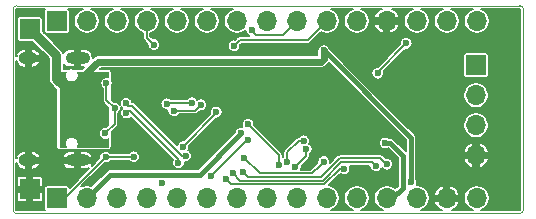
<source format=gbl>
G04 #@! TF.GenerationSoftware,KiCad,Pcbnew,5.1.5+dfsg1-2build2*
G04 #@! TF.CreationDate,2020-09-15T00:57:58+02:00*
G04 #@! TF.ProjectId,OtterPillG,4f747465-7250-4696-9c6c-472e6b696361,rev?*
G04 #@! TF.SameCoordinates,Original*
G04 #@! TF.FileFunction,Copper,L2,Bot*
G04 #@! TF.FilePolarity,Positive*
%FSLAX46Y46*%
G04 Gerber Fmt 4.6, Leading zero omitted, Abs format (unit mm)*
G04 Created by KiCad (PCBNEW 5.1.5+dfsg1-2build2) date 2020-09-15 00:57:58*
%MOMM*%
%LPD*%
G04 APERTURE LIST*
%ADD10C,0.050000*%
%ADD11O,1.700000X1.700000*%
%ADD12R,1.700000X1.700000*%
%ADD13O,2.100000X1.000000*%
%ADD14O,1.600000X1.000000*%
%ADD15C,0.600000*%
%ADD16C,0.157000*%
%ADD17C,0.400000*%
%ADD18C,0.200000*%
%ADD19C,0.600000*%
%ADD20C,0.800000*%
%ADD21C,0.100000*%
G04 APERTURE END LIST*
D10*
X63200000Y-37100000D02*
G75*
G02X62900000Y-37400000I-300000J0D01*
G01*
X62900000Y-19800000D02*
G75*
G02X63200000Y-20100000I0J-300000D01*
G01*
X20000000Y-20100000D02*
G75*
G02X20300000Y-19800000I300000J0D01*
G01*
X20300000Y-37400000D02*
G75*
G02X20000000Y-37100000I0J300000D01*
G01*
X20000000Y-37100000D02*
X20000000Y-20100000D01*
X62900000Y-37400000D02*
X20300000Y-37400000D01*
X63200000Y-20100000D02*
X63200000Y-37100000D01*
X20300000Y-19800000D02*
X62900000Y-19800000D01*
D11*
X59200000Y-32470000D03*
X59200000Y-29930000D03*
X59200000Y-27390000D03*
D12*
X59200000Y-24850000D03*
X21420000Y-21780000D03*
X21420000Y-35340000D03*
D11*
X59260000Y-21100000D03*
X56720000Y-21100000D03*
X54180000Y-21100000D03*
X51640000Y-21100000D03*
X49100000Y-21100000D03*
X46560000Y-21100000D03*
X44020000Y-21100000D03*
X41480000Y-21100000D03*
X38940000Y-21100000D03*
X36400000Y-21100000D03*
X33860000Y-21100000D03*
X31320000Y-21100000D03*
X28780000Y-21100000D03*
X26240000Y-21100000D03*
D12*
X23700000Y-21100000D03*
D11*
X59260000Y-36100000D03*
X56720000Y-36100000D03*
X54180000Y-36100000D03*
X51640000Y-36100000D03*
X49100000Y-36100000D03*
X46560000Y-36100000D03*
X44020000Y-36100000D03*
X41480000Y-36100000D03*
X38940000Y-36100000D03*
X36400000Y-36100000D03*
X33860000Y-36100000D03*
X31320000Y-36100000D03*
X28780000Y-36100000D03*
X26240000Y-36100000D03*
D12*
X23700000Y-36100000D03*
D13*
X25454999Y-24250000D03*
X25454999Y-32890000D03*
D14*
X21274999Y-24250000D03*
X21274999Y-32890000D03*
D15*
X32600000Y-34800000D03*
X58500000Y-23200000D03*
X30300000Y-31000000D03*
X49882999Y-24887575D03*
X61680000Y-20540000D03*
X62680000Y-20540000D03*
X61680000Y-21540000D03*
X62680000Y-21540000D03*
X61680000Y-22540000D03*
X62680000Y-22540000D03*
X61680000Y-23540000D03*
X62680000Y-23540000D03*
X61680000Y-24540000D03*
X62680000Y-24540000D03*
X61680000Y-25540000D03*
X62680000Y-25540000D03*
X61680000Y-26540000D03*
X62680000Y-26540000D03*
X61680000Y-27540000D03*
X62680000Y-27540000D03*
X61680000Y-28540000D03*
X62680000Y-28540000D03*
X61680000Y-29540000D03*
X62680000Y-29540000D03*
X61680000Y-30540000D03*
X62680000Y-30540000D03*
X61680000Y-31540000D03*
X62680000Y-31540000D03*
X61680000Y-32540000D03*
X62680000Y-32540000D03*
X61680000Y-33540000D03*
X62680000Y-33540000D03*
X61680000Y-34540000D03*
X62680000Y-34540000D03*
X61680000Y-35540000D03*
X62680000Y-35540000D03*
X61680000Y-36540000D03*
X62680000Y-36540000D03*
X31800000Y-28500000D03*
X30500000Y-26000000D03*
X32000000Y-25400000D03*
X32000000Y-27000000D03*
X34100000Y-25500000D03*
X31600000Y-31400000D03*
X32800000Y-29700000D03*
X30800000Y-33200000D03*
X37000000Y-26400000D03*
X38100000Y-25400000D03*
X40200000Y-25400000D03*
X42400000Y-28000000D03*
X38400000Y-29200000D03*
X37600000Y-27800000D03*
X41000000Y-29300000D03*
X45100000Y-27800000D03*
X46100000Y-30600000D03*
X49000000Y-31400000D03*
X45600000Y-32400000D03*
X47300000Y-27200000D03*
X45500000Y-23500000D03*
X49000000Y-25200000D03*
X49800000Y-25800000D03*
X46600000Y-25200000D03*
X51400000Y-23900000D03*
X50100000Y-23890000D03*
X51200000Y-29500000D03*
X52200000Y-30600000D03*
X54300000Y-29000000D03*
X55100000Y-29000000D03*
X55900000Y-29000000D03*
X56700000Y-29000000D03*
X53400000Y-29600000D03*
X50870000Y-25530000D03*
X53300000Y-23000000D03*
X28592990Y-28500000D03*
X51500030Y-31437000D03*
X27900000Y-26342990D03*
X39300000Y-30600000D03*
X27800000Y-30600000D03*
X38000000Y-34500000D03*
X48014332Y-33611991D03*
X38600000Y-34000000D03*
X50700000Y-33350479D03*
X35900010Y-28200000D03*
X33600000Y-28700000D03*
X35121337Y-28021337D03*
X32999998Y-28100000D03*
X29600000Y-28900000D03*
X33999479Y-33100521D03*
X29577893Y-28084211D03*
X34600521Y-32499479D03*
X24500000Y-28800000D03*
X24500000Y-27900000D03*
X25150000Y-27200000D03*
X25150000Y-30357010D03*
X24770000Y-29600000D03*
X24300000Y-30450000D03*
X24460000Y-26810000D03*
X46300000Y-23600000D03*
X46300000Y-24300000D03*
X53700006Y-34763530D03*
X27828661Y-32628665D03*
X30200000Y-32600000D03*
X39539784Y-32668374D03*
X46300000Y-33000000D03*
X39500000Y-33900000D03*
X51628658Y-33228668D03*
X38700000Y-23200000D03*
X40200000Y-21900000D03*
X44834371Y-31955737D03*
X43905121Y-33464490D03*
X43200000Y-33000000D03*
X44596698Y-31237003D03*
X39900722Y-29857747D03*
X42500000Y-33300000D03*
X36800000Y-34200000D03*
X39878064Y-31214977D03*
X34396773Y-31737508D03*
X37199998Y-28799998D03*
X31900702Y-23099298D03*
D16*
X50870000Y-25430000D02*
X53300000Y-23000000D01*
X50870000Y-25530000D02*
X50870000Y-25430000D01*
X28592990Y-28500000D02*
X27900000Y-27807010D01*
X27900000Y-27807010D02*
X27900000Y-26342990D01*
D17*
X28240000Y-34100000D02*
X26240000Y-36100000D01*
D16*
X28592990Y-28500000D02*
X28592990Y-29792990D01*
D17*
X30700000Y-34100000D02*
X28240000Y-34100000D01*
X39000001Y-30899999D02*
X39300000Y-30600000D01*
X30700000Y-34100000D02*
X35800000Y-34100000D01*
X35800000Y-34100000D02*
X39000001Y-30899999D01*
D16*
X28592990Y-28500000D02*
X28592990Y-29807010D01*
X28592990Y-29807010D02*
X27800000Y-30600000D01*
D17*
X51937000Y-31437000D02*
X51500030Y-31437000D01*
X53000000Y-32500000D02*
X51937000Y-31437000D01*
X53000000Y-35220000D02*
X53000000Y-32500000D01*
X52120000Y-36100000D02*
X53000000Y-35220000D01*
X51640000Y-36100000D02*
X52120000Y-36100000D01*
D16*
X47711991Y-33611991D02*
X48014332Y-33611991D01*
X47700000Y-33600000D02*
X47711991Y-33611991D01*
X46357967Y-34942033D02*
X47700000Y-33600000D01*
X38442033Y-34942033D02*
X46357967Y-34942033D01*
X38000000Y-34500000D02*
X38442033Y-34942033D01*
X46216057Y-34628021D02*
X47793598Y-33050480D01*
X38600000Y-34000000D02*
X39228022Y-34628022D01*
X47793598Y-33050480D02*
X50400001Y-33050480D01*
X39228022Y-34628022D02*
X46216057Y-34628021D01*
X50400001Y-33050480D02*
X50700000Y-33350479D01*
X35900010Y-28200000D02*
X35400010Y-28700000D01*
X35400010Y-28700000D02*
X33600000Y-28700000D01*
X35121337Y-28021337D02*
X33078661Y-28021337D01*
X33078661Y-28021337D02*
X32999998Y-28100000D01*
D18*
X33999479Y-32817678D02*
X33999479Y-33100521D01*
X29600000Y-28900000D02*
X29771841Y-28728159D01*
X29771841Y-28728159D02*
X29909960Y-28728159D01*
X29909960Y-28728159D02*
X33999479Y-32817678D01*
X29577893Y-28084211D02*
X29771841Y-28278159D01*
X34317678Y-32499479D02*
X34600521Y-32499479D01*
X29771841Y-28278159D02*
X30096359Y-28278160D01*
X30096359Y-28278160D02*
X34317678Y-32499479D01*
D19*
X59260000Y-35527602D02*
X59260000Y-36100000D01*
D20*
X21420000Y-21780000D02*
X23650000Y-24010000D01*
X23650000Y-26000000D02*
X24460000Y-26810000D01*
X23650000Y-24010000D02*
X23650000Y-26000000D01*
D19*
X46300000Y-23600000D02*
X46300000Y-24300000D01*
X46057002Y-24542998D02*
X46300000Y-24300000D01*
X27219363Y-24542998D02*
X46057002Y-24542998D01*
X25707000Y-26055361D02*
X27219363Y-24542998D01*
D17*
X46300000Y-23600000D02*
X53700006Y-31000006D01*
X53700006Y-31000006D02*
X53700006Y-34763530D01*
D16*
X27528662Y-32928664D02*
X27828661Y-32628665D01*
X24357326Y-36100000D02*
X27528662Y-32928664D01*
X23700000Y-36100000D02*
X24357326Y-36100000D01*
X30171335Y-32628665D02*
X30200000Y-32600000D01*
X27828661Y-32628665D02*
X30171335Y-32628665D01*
X39539784Y-32668374D02*
X40871410Y-34000000D01*
X40871410Y-34000000D02*
X45300000Y-34000000D01*
X45950000Y-33350000D02*
X46300000Y-33000000D01*
X45300000Y-34000000D02*
X45950000Y-33350000D01*
X45950000Y-33350000D02*
X46000000Y-33300000D01*
X47700000Y-32700000D02*
X51099990Y-32700000D01*
X39914011Y-34314011D02*
X46085989Y-34314011D01*
X46085989Y-34314011D02*
X47700000Y-32700000D01*
X39500000Y-33900000D02*
X39914011Y-34314011D01*
X51328659Y-32928669D02*
X51628658Y-33228668D01*
X51099990Y-32700000D02*
X51328659Y-32928669D01*
X38700000Y-23200000D02*
X39200000Y-22700000D01*
X44960000Y-22700000D02*
X46560000Y-21100000D01*
X39200000Y-22700000D02*
X44960000Y-22700000D01*
X40599999Y-22299999D02*
X40499999Y-22199999D01*
X42820001Y-22299999D02*
X40599999Y-22299999D01*
X40499999Y-22199999D02*
X40200000Y-21900000D01*
X44020000Y-21100000D02*
X42820001Y-22299999D01*
X44834371Y-31955737D02*
X44834371Y-32535240D01*
X44834371Y-32535240D02*
X43905121Y-33464490D01*
X43200000Y-32209437D02*
X44172434Y-31237003D01*
X43200000Y-33000000D02*
X43200000Y-32209437D01*
X44172434Y-31237003D02*
X44596698Y-31237003D01*
X42500000Y-32457025D02*
X42500000Y-33300000D01*
X39900722Y-29857747D02*
X42500000Y-32457025D01*
X36800000Y-34200000D02*
X39785023Y-31214977D01*
X39785023Y-31214977D02*
X39878064Y-31214977D01*
X34396773Y-31737508D02*
X37199998Y-28934283D01*
X37199998Y-28934283D02*
X37199998Y-28799998D01*
X31320000Y-21100000D02*
X31320000Y-22518596D01*
X31320000Y-22518596D02*
X31600703Y-22799299D01*
X31600703Y-22799299D02*
X31900702Y-23099298D01*
D21*
G36*
X24413444Y-25524821D02*
G01*
X24392999Y-25627603D01*
X24392999Y-25732397D01*
X24413444Y-25835179D01*
X24453547Y-25931996D01*
X24511768Y-26019130D01*
X24585869Y-26093231D01*
X24673003Y-26151452D01*
X24769820Y-26191555D01*
X24872602Y-26212000D01*
X24977396Y-26212000D01*
X25080178Y-26191555D01*
X25176995Y-26151452D01*
X25264129Y-26093231D01*
X25338230Y-26019130D01*
X25396451Y-25931996D01*
X25436554Y-25835179D01*
X25456999Y-25732397D01*
X25456999Y-25627603D01*
X25436554Y-25524821D01*
X25405562Y-25450000D01*
X28050000Y-25450000D01*
X28050000Y-25856350D01*
X28047886Y-25855474D01*
X27949935Y-25835990D01*
X27850065Y-25835990D01*
X27752114Y-25855474D01*
X27659846Y-25893693D01*
X27576806Y-25949178D01*
X27506188Y-26019796D01*
X27450703Y-26102836D01*
X27412484Y-26195104D01*
X27393000Y-26293055D01*
X27393000Y-26392925D01*
X27412484Y-26490876D01*
X27450703Y-26583144D01*
X27506188Y-26666184D01*
X27576806Y-26736802D01*
X27614501Y-26761989D01*
X27614500Y-27792988D01*
X27613119Y-27807010D01*
X27614500Y-27821031D01*
X27618631Y-27862977D01*
X27634957Y-27916794D01*
X27661467Y-27966392D01*
X27697144Y-28009866D01*
X27708046Y-28018813D01*
X28050000Y-28360768D01*
X28050000Y-29946242D01*
X27894398Y-30101844D01*
X27849935Y-30093000D01*
X27750065Y-30093000D01*
X27652114Y-30112484D01*
X27559846Y-30150703D01*
X27476806Y-30206188D01*
X27406188Y-30276806D01*
X27350703Y-30359846D01*
X27312484Y-30452114D01*
X27293000Y-30550065D01*
X27293000Y-30649935D01*
X27312484Y-30747886D01*
X27350703Y-30840154D01*
X27406188Y-30923194D01*
X27476806Y-30993812D01*
X27559846Y-31049297D01*
X27652114Y-31087516D01*
X27750065Y-31107000D01*
X27849935Y-31107000D01*
X27947886Y-31087516D01*
X28040154Y-31049297D01*
X28050000Y-31042718D01*
X28050000Y-31750000D01*
X25371058Y-31750000D01*
X25396451Y-31711996D01*
X25436554Y-31615179D01*
X25456999Y-31512397D01*
X25456999Y-31407603D01*
X25436554Y-31304821D01*
X25396451Y-31208004D01*
X25338230Y-31120870D01*
X25264129Y-31046769D01*
X25176995Y-30988548D01*
X25080178Y-30948445D01*
X24977396Y-30928000D01*
X24872602Y-30928000D01*
X24769820Y-30948445D01*
X24673003Y-30988548D01*
X24585869Y-31046769D01*
X24511768Y-31120870D01*
X24453547Y-31208004D01*
X24413444Y-31304821D01*
X24392999Y-31407603D01*
X24392999Y-31512397D01*
X24413444Y-31615179D01*
X24453547Y-31711996D01*
X24478940Y-31750000D01*
X23950000Y-31750000D01*
X23950000Y-25450000D01*
X24444436Y-25450000D01*
X24413444Y-25524821D01*
G37*
X24413444Y-25524821D02*
X24392999Y-25627603D01*
X24392999Y-25732397D01*
X24413444Y-25835179D01*
X24453547Y-25931996D01*
X24511768Y-26019130D01*
X24585869Y-26093231D01*
X24673003Y-26151452D01*
X24769820Y-26191555D01*
X24872602Y-26212000D01*
X24977396Y-26212000D01*
X25080178Y-26191555D01*
X25176995Y-26151452D01*
X25264129Y-26093231D01*
X25338230Y-26019130D01*
X25396451Y-25931996D01*
X25436554Y-25835179D01*
X25456999Y-25732397D01*
X25456999Y-25627603D01*
X25436554Y-25524821D01*
X25405562Y-25450000D01*
X28050000Y-25450000D01*
X28050000Y-25856350D01*
X28047886Y-25855474D01*
X27949935Y-25835990D01*
X27850065Y-25835990D01*
X27752114Y-25855474D01*
X27659846Y-25893693D01*
X27576806Y-25949178D01*
X27506188Y-26019796D01*
X27450703Y-26102836D01*
X27412484Y-26195104D01*
X27393000Y-26293055D01*
X27393000Y-26392925D01*
X27412484Y-26490876D01*
X27450703Y-26583144D01*
X27506188Y-26666184D01*
X27576806Y-26736802D01*
X27614501Y-26761989D01*
X27614500Y-27792988D01*
X27613119Y-27807010D01*
X27614500Y-27821031D01*
X27618631Y-27862977D01*
X27634957Y-27916794D01*
X27661467Y-27966392D01*
X27697144Y-28009866D01*
X27708046Y-28018813D01*
X28050000Y-28360768D01*
X28050000Y-29946242D01*
X27894398Y-30101844D01*
X27849935Y-30093000D01*
X27750065Y-30093000D01*
X27652114Y-30112484D01*
X27559846Y-30150703D01*
X27476806Y-30206188D01*
X27406188Y-30276806D01*
X27350703Y-30359846D01*
X27312484Y-30452114D01*
X27293000Y-30550065D01*
X27293000Y-30649935D01*
X27312484Y-30747886D01*
X27350703Y-30840154D01*
X27406188Y-30923194D01*
X27476806Y-30993812D01*
X27559846Y-31049297D01*
X27652114Y-31087516D01*
X27750065Y-31107000D01*
X27849935Y-31107000D01*
X27947886Y-31087516D01*
X28040154Y-31049297D01*
X28050000Y-31042718D01*
X28050000Y-31750000D01*
X25371058Y-31750000D01*
X25396451Y-31711996D01*
X25436554Y-31615179D01*
X25456999Y-31512397D01*
X25456999Y-31407603D01*
X25436554Y-31304821D01*
X25396451Y-31208004D01*
X25338230Y-31120870D01*
X25264129Y-31046769D01*
X25176995Y-30988548D01*
X25080178Y-30948445D01*
X24977396Y-30928000D01*
X24872602Y-30928000D01*
X24769820Y-30948445D01*
X24673003Y-30988548D01*
X24585869Y-31046769D01*
X24511768Y-31120870D01*
X24453547Y-31208004D01*
X24413444Y-31304821D01*
X24392999Y-31407603D01*
X24392999Y-31512397D01*
X24413444Y-31615179D01*
X24453547Y-31711996D01*
X24478940Y-31750000D01*
X23950000Y-31750000D01*
X23950000Y-25450000D01*
X24444436Y-25450000D01*
X24413444Y-25524821D01*
D16*
G36*
X22682671Y-20082671D02*
G01*
X22653242Y-20118530D01*
X22631374Y-20159442D01*
X22617908Y-20203834D01*
X22613361Y-20250000D01*
X22613361Y-21950000D01*
X22617908Y-21996166D01*
X22631374Y-22040558D01*
X22653242Y-22081470D01*
X22682671Y-22117329D01*
X22718530Y-22146758D01*
X22759442Y-22168626D01*
X22803834Y-22182092D01*
X22850000Y-22186639D01*
X24550000Y-22186639D01*
X24596166Y-22182092D01*
X24640558Y-22168626D01*
X24681470Y-22146758D01*
X24717329Y-22117329D01*
X24746758Y-22081470D01*
X24768626Y-22040558D01*
X24782092Y-21996166D01*
X24786639Y-21950000D01*
X24786639Y-20250000D01*
X24782092Y-20203834D01*
X24768626Y-20159442D01*
X24746758Y-20118530D01*
X24717329Y-20082671D01*
X24690314Y-20060500D01*
X25913026Y-20060500D01*
X25725823Y-20138043D01*
X25548034Y-20256837D01*
X25396837Y-20408034D01*
X25278043Y-20585823D01*
X25196215Y-20783371D01*
X25154500Y-20993088D01*
X25154500Y-21206912D01*
X25196215Y-21416629D01*
X25278043Y-21614177D01*
X25396837Y-21791966D01*
X25548034Y-21943163D01*
X25725823Y-22061957D01*
X25923371Y-22143785D01*
X26133088Y-22185500D01*
X26346912Y-22185500D01*
X26556629Y-22143785D01*
X26754177Y-22061957D01*
X26931966Y-21943163D01*
X27083163Y-21791966D01*
X27201957Y-21614177D01*
X27283785Y-21416629D01*
X27325500Y-21206912D01*
X27325500Y-20993088D01*
X27283785Y-20783371D01*
X27201957Y-20585823D01*
X27083163Y-20408034D01*
X26931966Y-20256837D01*
X26754177Y-20138043D01*
X26566974Y-20060500D01*
X28453026Y-20060500D01*
X28265823Y-20138043D01*
X28088034Y-20256837D01*
X27936837Y-20408034D01*
X27818043Y-20585823D01*
X27736215Y-20783371D01*
X27694500Y-20993088D01*
X27694500Y-21206912D01*
X27736215Y-21416629D01*
X27818043Y-21614177D01*
X27936837Y-21791966D01*
X28088034Y-21943163D01*
X28265823Y-22061957D01*
X28463371Y-22143785D01*
X28673088Y-22185500D01*
X28886912Y-22185500D01*
X29096629Y-22143785D01*
X29294177Y-22061957D01*
X29471966Y-21943163D01*
X29623163Y-21791966D01*
X29741957Y-21614177D01*
X29823785Y-21416629D01*
X29865500Y-21206912D01*
X29865500Y-20993088D01*
X29823785Y-20783371D01*
X29741957Y-20585823D01*
X29623163Y-20408034D01*
X29471966Y-20256837D01*
X29294177Y-20138043D01*
X29106974Y-20060500D01*
X30993026Y-20060500D01*
X30805823Y-20138043D01*
X30628034Y-20256837D01*
X30476837Y-20408034D01*
X30358043Y-20585823D01*
X30276215Y-20783371D01*
X30234500Y-20993088D01*
X30234500Y-21206912D01*
X30276215Y-21416629D01*
X30358043Y-21614177D01*
X30476837Y-21791966D01*
X30628034Y-21943163D01*
X30805823Y-22061957D01*
X31003371Y-22143785D01*
X31006001Y-22144308D01*
X31006001Y-22503165D01*
X31004481Y-22518596D01*
X31010544Y-22580150D01*
X31028499Y-22639340D01*
X31052948Y-22685079D01*
X31057657Y-22693889D01*
X31096895Y-22741702D01*
X31108877Y-22751535D01*
X31371622Y-23014281D01*
X31365202Y-23046556D01*
X31365202Y-23152040D01*
X31385781Y-23255498D01*
X31426148Y-23352952D01*
X31484752Y-23440659D01*
X31559341Y-23515248D01*
X31647048Y-23573852D01*
X31744502Y-23614219D01*
X31847960Y-23634798D01*
X31953444Y-23634798D01*
X32056902Y-23614219D01*
X32154356Y-23573852D01*
X32242063Y-23515248D01*
X32316652Y-23440659D01*
X32375256Y-23352952D01*
X32415623Y-23255498D01*
X32436202Y-23152040D01*
X32436202Y-23046556D01*
X32415623Y-22943098D01*
X32375256Y-22845644D01*
X32316652Y-22757937D01*
X32242063Y-22683348D01*
X32154356Y-22624744D01*
X32056902Y-22584377D01*
X31953444Y-22563798D01*
X31847960Y-22563798D01*
X31815685Y-22570218D01*
X31634000Y-22388534D01*
X31634000Y-22144308D01*
X31636629Y-22143785D01*
X31834177Y-22061957D01*
X32011966Y-21943163D01*
X32163163Y-21791966D01*
X32281957Y-21614177D01*
X32363785Y-21416629D01*
X32405500Y-21206912D01*
X32405500Y-20993088D01*
X32363785Y-20783371D01*
X32281957Y-20585823D01*
X32163163Y-20408034D01*
X32011966Y-20256837D01*
X31834177Y-20138043D01*
X31646974Y-20060500D01*
X33533026Y-20060500D01*
X33345823Y-20138043D01*
X33168034Y-20256837D01*
X33016837Y-20408034D01*
X32898043Y-20585823D01*
X32816215Y-20783371D01*
X32774500Y-20993088D01*
X32774500Y-21206912D01*
X32816215Y-21416629D01*
X32898043Y-21614177D01*
X33016837Y-21791966D01*
X33168034Y-21943163D01*
X33345823Y-22061957D01*
X33543371Y-22143785D01*
X33753088Y-22185500D01*
X33966912Y-22185500D01*
X34176629Y-22143785D01*
X34374177Y-22061957D01*
X34551966Y-21943163D01*
X34703163Y-21791966D01*
X34821957Y-21614177D01*
X34903785Y-21416629D01*
X34945500Y-21206912D01*
X34945500Y-20993088D01*
X34903785Y-20783371D01*
X34821957Y-20585823D01*
X34703163Y-20408034D01*
X34551966Y-20256837D01*
X34374177Y-20138043D01*
X34186974Y-20060500D01*
X36073026Y-20060500D01*
X35885823Y-20138043D01*
X35708034Y-20256837D01*
X35556837Y-20408034D01*
X35438043Y-20585823D01*
X35356215Y-20783371D01*
X35314500Y-20993088D01*
X35314500Y-21206912D01*
X35356215Y-21416629D01*
X35438043Y-21614177D01*
X35556837Y-21791966D01*
X35708034Y-21943163D01*
X35885823Y-22061957D01*
X36083371Y-22143785D01*
X36293088Y-22185500D01*
X36506912Y-22185500D01*
X36716629Y-22143785D01*
X36914177Y-22061957D01*
X37091966Y-21943163D01*
X37243163Y-21791966D01*
X37361957Y-21614177D01*
X37443785Y-21416629D01*
X37485500Y-21206912D01*
X37485500Y-20993088D01*
X37443785Y-20783371D01*
X37361957Y-20585823D01*
X37243163Y-20408034D01*
X37091966Y-20256837D01*
X36914177Y-20138043D01*
X36726974Y-20060500D01*
X38613026Y-20060500D01*
X38425823Y-20138043D01*
X38248034Y-20256837D01*
X38096837Y-20408034D01*
X37978043Y-20585823D01*
X37896215Y-20783371D01*
X37854500Y-20993088D01*
X37854500Y-21206912D01*
X37896215Y-21416629D01*
X37978043Y-21614177D01*
X38096837Y-21791966D01*
X38248034Y-21943163D01*
X38425823Y-22061957D01*
X38623371Y-22143785D01*
X38833088Y-22185500D01*
X39046912Y-22185500D01*
X39256629Y-22143785D01*
X39454177Y-22061957D01*
X39631966Y-21943163D01*
X39664500Y-21910629D01*
X39664500Y-21952742D01*
X39685079Y-22056200D01*
X39725446Y-22153654D01*
X39784050Y-22241361D01*
X39858639Y-22315950D01*
X39946346Y-22374554D01*
X39973979Y-22386000D01*
X39215421Y-22386000D01*
X39200000Y-22384481D01*
X39184578Y-22386000D01*
X39138445Y-22390544D01*
X39079256Y-22408498D01*
X39024707Y-22437656D01*
X38976894Y-22476894D01*
X38967063Y-22488874D01*
X38785017Y-22670920D01*
X38752742Y-22664500D01*
X38647258Y-22664500D01*
X38543800Y-22685079D01*
X38446346Y-22725446D01*
X38358639Y-22784050D01*
X38284050Y-22858639D01*
X38225446Y-22946346D01*
X38185079Y-23043800D01*
X38164500Y-23147258D01*
X38164500Y-23252742D01*
X38185079Y-23356200D01*
X38225446Y-23453654D01*
X38284050Y-23541361D01*
X38358639Y-23615950D01*
X38446346Y-23674554D01*
X38543800Y-23714921D01*
X38647258Y-23735500D01*
X38752742Y-23735500D01*
X38856200Y-23714921D01*
X38953654Y-23674554D01*
X39041361Y-23615950D01*
X39115950Y-23541361D01*
X39174554Y-23453654D01*
X39214921Y-23356200D01*
X39235500Y-23252742D01*
X39235500Y-23147258D01*
X39229080Y-23114983D01*
X39330063Y-23014000D01*
X44944579Y-23014000D01*
X44960000Y-23015519D01*
X44975421Y-23014000D01*
X44975422Y-23014000D01*
X45021555Y-23009456D01*
X45080744Y-22991502D01*
X45135293Y-22962344D01*
X45183106Y-22923106D01*
X45192944Y-22911118D01*
X46043595Y-22060468D01*
X46045823Y-22061957D01*
X46243371Y-22143785D01*
X46453088Y-22185500D01*
X46666912Y-22185500D01*
X46876629Y-22143785D01*
X47074177Y-22061957D01*
X47251966Y-21943163D01*
X47403163Y-21791966D01*
X47521957Y-21614177D01*
X47603785Y-21416629D01*
X47645500Y-21206912D01*
X47645500Y-20993088D01*
X47603785Y-20783371D01*
X47521957Y-20585823D01*
X47403163Y-20408034D01*
X47251966Y-20256837D01*
X47074177Y-20138043D01*
X46886974Y-20060500D01*
X48773026Y-20060500D01*
X48585823Y-20138043D01*
X48408034Y-20256837D01*
X48256837Y-20408034D01*
X48138043Y-20585823D01*
X48056215Y-20783371D01*
X48014500Y-20993088D01*
X48014500Y-21206912D01*
X48056215Y-21416629D01*
X48138043Y-21614177D01*
X48256837Y-21791966D01*
X48408034Y-21943163D01*
X48585823Y-22061957D01*
X48783371Y-22143785D01*
X48993088Y-22185500D01*
X49206912Y-22185500D01*
X49416629Y-22143785D01*
X49614177Y-22061957D01*
X49791966Y-21943163D01*
X49943163Y-21791966D01*
X50061957Y-21614177D01*
X50112615Y-21491877D01*
X50581714Y-21491877D01*
X50678500Y-21690809D01*
X50812236Y-21867036D01*
X50977783Y-22013786D01*
X51168778Y-22125420D01*
X51248125Y-22158275D01*
X51418500Y-22135449D01*
X51418500Y-21321500D01*
X51861500Y-21321500D01*
X51861500Y-22135449D01*
X52031875Y-22158275D01*
X52111222Y-22125420D01*
X52302217Y-22013786D01*
X52467764Y-21867036D01*
X52601500Y-21690809D01*
X52698286Y-21491877D01*
X52676935Y-21321500D01*
X51861500Y-21321500D01*
X51418500Y-21321500D01*
X50603065Y-21321500D01*
X50581714Y-21491877D01*
X50112615Y-21491877D01*
X50143785Y-21416629D01*
X50185500Y-21206912D01*
X50185500Y-20993088D01*
X50143785Y-20783371D01*
X50061957Y-20585823D01*
X49943163Y-20408034D01*
X49791966Y-20256837D01*
X49614177Y-20138043D01*
X49426974Y-20060500D01*
X51202782Y-20060500D01*
X51168778Y-20074580D01*
X50977783Y-20186214D01*
X50812236Y-20332964D01*
X50678500Y-20509191D01*
X50581714Y-20708123D01*
X50603065Y-20878500D01*
X51418500Y-20878500D01*
X51418500Y-20858500D01*
X51861500Y-20858500D01*
X51861500Y-20878500D01*
X52676935Y-20878500D01*
X52698286Y-20708123D01*
X52601500Y-20509191D01*
X52467764Y-20332964D01*
X52302217Y-20186214D01*
X52111222Y-20074580D01*
X52077218Y-20060500D01*
X53853026Y-20060500D01*
X53665823Y-20138043D01*
X53488034Y-20256837D01*
X53336837Y-20408034D01*
X53218043Y-20585823D01*
X53136215Y-20783371D01*
X53094500Y-20993088D01*
X53094500Y-21206912D01*
X53136215Y-21416629D01*
X53218043Y-21614177D01*
X53336837Y-21791966D01*
X53488034Y-21943163D01*
X53665823Y-22061957D01*
X53863371Y-22143785D01*
X54073088Y-22185500D01*
X54286912Y-22185500D01*
X54496629Y-22143785D01*
X54694177Y-22061957D01*
X54871966Y-21943163D01*
X55023163Y-21791966D01*
X55141957Y-21614177D01*
X55223785Y-21416629D01*
X55265500Y-21206912D01*
X55265500Y-20993088D01*
X55223785Y-20783371D01*
X55141957Y-20585823D01*
X55023163Y-20408034D01*
X54871966Y-20256837D01*
X54694177Y-20138043D01*
X54506974Y-20060500D01*
X56393026Y-20060500D01*
X56205823Y-20138043D01*
X56028034Y-20256837D01*
X55876837Y-20408034D01*
X55758043Y-20585823D01*
X55676215Y-20783371D01*
X55634500Y-20993088D01*
X55634500Y-21206912D01*
X55676215Y-21416629D01*
X55758043Y-21614177D01*
X55876837Y-21791966D01*
X56028034Y-21943163D01*
X56205823Y-22061957D01*
X56403371Y-22143785D01*
X56613088Y-22185500D01*
X56826912Y-22185500D01*
X57036629Y-22143785D01*
X57234177Y-22061957D01*
X57411966Y-21943163D01*
X57563163Y-21791966D01*
X57681957Y-21614177D01*
X57763785Y-21416629D01*
X57805500Y-21206912D01*
X57805500Y-20993088D01*
X57763785Y-20783371D01*
X57681957Y-20585823D01*
X57563163Y-20408034D01*
X57411966Y-20256837D01*
X57234177Y-20138043D01*
X57046974Y-20060500D01*
X58933026Y-20060500D01*
X58745823Y-20138043D01*
X58568034Y-20256837D01*
X58416837Y-20408034D01*
X58298043Y-20585823D01*
X58216215Y-20783371D01*
X58174500Y-20993088D01*
X58174500Y-21206912D01*
X58216215Y-21416629D01*
X58298043Y-21614177D01*
X58416837Y-21791966D01*
X58568034Y-21943163D01*
X58745823Y-22061957D01*
X58943371Y-22143785D01*
X59153088Y-22185500D01*
X59366912Y-22185500D01*
X59576629Y-22143785D01*
X59774177Y-22061957D01*
X59951966Y-21943163D01*
X60103163Y-21791966D01*
X60221957Y-21614177D01*
X60303785Y-21416629D01*
X60345500Y-21206912D01*
X60345500Y-20993088D01*
X60303785Y-20783371D01*
X60221957Y-20585823D01*
X60103163Y-20408034D01*
X59951966Y-20256837D01*
X59774177Y-20138043D01*
X59586974Y-20060500D01*
X62887260Y-20060500D01*
X62907432Y-20062478D01*
X62914573Y-20064634D01*
X62921165Y-20068139D01*
X62926955Y-20072861D01*
X62931710Y-20078608D01*
X62935262Y-20085179D01*
X62937470Y-20092311D01*
X62939500Y-20111624D01*
X62939501Y-37087250D01*
X62937522Y-37107432D01*
X62935366Y-37114575D01*
X62931862Y-37121163D01*
X62927140Y-37126954D01*
X62921389Y-37131711D01*
X62914821Y-37135263D01*
X62907690Y-37137470D01*
X62888376Y-37139500D01*
X59586974Y-37139500D01*
X59774177Y-37061957D01*
X59951966Y-36943163D01*
X60103163Y-36791966D01*
X60221957Y-36614177D01*
X60303785Y-36416629D01*
X60345500Y-36206912D01*
X60345500Y-35993088D01*
X60303785Y-35783371D01*
X60221957Y-35585823D01*
X60103163Y-35408034D01*
X59951966Y-35256837D01*
X59774177Y-35138043D01*
X59576629Y-35056215D01*
X59477010Y-35036400D01*
X59465918Y-35030471D01*
X59364975Y-34999850D01*
X59260000Y-34989511D01*
X59155024Y-34999850D01*
X59054081Y-35030471D01*
X59042989Y-35036400D01*
X58943371Y-35056215D01*
X58745823Y-35138043D01*
X58568034Y-35256837D01*
X58416837Y-35408034D01*
X58298043Y-35585823D01*
X58216215Y-35783371D01*
X58174500Y-35993088D01*
X58174500Y-36206912D01*
X58216215Y-36416629D01*
X58298043Y-36614177D01*
X58416837Y-36791966D01*
X58568034Y-36943163D01*
X58745823Y-37061957D01*
X58933026Y-37139500D01*
X57157218Y-37139500D01*
X57191222Y-37125420D01*
X57382217Y-37013786D01*
X57547764Y-36867036D01*
X57681500Y-36690809D01*
X57778286Y-36491877D01*
X57756935Y-36321500D01*
X56941500Y-36321500D01*
X56941500Y-36341500D01*
X56498500Y-36341500D01*
X56498500Y-36321500D01*
X55683065Y-36321500D01*
X55661714Y-36491877D01*
X55758500Y-36690809D01*
X55892236Y-36867036D01*
X56057783Y-37013786D01*
X56248778Y-37125420D01*
X56282782Y-37139500D01*
X54506974Y-37139500D01*
X54694177Y-37061957D01*
X54871966Y-36943163D01*
X55023163Y-36791966D01*
X55141957Y-36614177D01*
X55223785Y-36416629D01*
X55265500Y-36206912D01*
X55265500Y-35993088D01*
X55223785Y-35783371D01*
X55192616Y-35708123D01*
X55661714Y-35708123D01*
X55683065Y-35878500D01*
X56498500Y-35878500D01*
X56498500Y-35064551D01*
X56941500Y-35064551D01*
X56941500Y-35878500D01*
X57756935Y-35878500D01*
X57778286Y-35708123D01*
X57681500Y-35509191D01*
X57547764Y-35332964D01*
X57382217Y-35186214D01*
X57191222Y-35074580D01*
X57111875Y-35041725D01*
X56941500Y-35064551D01*
X56498500Y-35064551D01*
X56328125Y-35041725D01*
X56248778Y-35074580D01*
X56057783Y-35186214D01*
X55892236Y-35332964D01*
X55758500Y-35509191D01*
X55661714Y-35708123D01*
X55192616Y-35708123D01*
X55141957Y-35585823D01*
X55023163Y-35408034D01*
X54871966Y-35256837D01*
X54694177Y-35138043D01*
X54496629Y-35056215D01*
X54286912Y-35014500D01*
X54175672Y-35014500D01*
X54214927Y-34919730D01*
X54235506Y-34816272D01*
X54235506Y-34710788D01*
X54214927Y-34607330D01*
X54174560Y-34509876D01*
X54135506Y-34451428D01*
X54135506Y-32861875D01*
X58141725Y-32861875D01*
X58174580Y-32941222D01*
X58286214Y-33132217D01*
X58432964Y-33297764D01*
X58609191Y-33431500D01*
X58808123Y-33528286D01*
X58978500Y-33506935D01*
X58978500Y-32691500D01*
X59421500Y-32691500D01*
X59421500Y-33506935D01*
X59591877Y-33528286D01*
X59790809Y-33431500D01*
X59967036Y-33297764D01*
X60113786Y-33132217D01*
X60225420Y-32941222D01*
X60258275Y-32861875D01*
X60235449Y-32691500D01*
X59421500Y-32691500D01*
X58978500Y-32691500D01*
X58164551Y-32691500D01*
X58141725Y-32861875D01*
X54135506Y-32861875D01*
X54135506Y-32078125D01*
X58141725Y-32078125D01*
X58164551Y-32248500D01*
X58978500Y-32248500D01*
X58978500Y-31433065D01*
X59421500Y-31433065D01*
X59421500Y-32248500D01*
X60235449Y-32248500D01*
X60258275Y-32078125D01*
X60225420Y-31998778D01*
X60113786Y-31807783D01*
X59967036Y-31642236D01*
X59790809Y-31508500D01*
X59591877Y-31411714D01*
X59421500Y-31433065D01*
X58978500Y-31433065D01*
X58808123Y-31411714D01*
X58609191Y-31508500D01*
X58432964Y-31642236D01*
X58286214Y-31807783D01*
X58174580Y-31998778D01*
X58141725Y-32078125D01*
X54135506Y-32078125D01*
X54135506Y-31021397D01*
X54137613Y-31000006D01*
X54135506Y-30978612D01*
X54129205Y-30914633D01*
X54104302Y-30832541D01*
X54094726Y-30814626D01*
X54063863Y-30756884D01*
X54023078Y-30707188D01*
X54009441Y-30690571D01*
X53992825Y-30676935D01*
X53138978Y-29823088D01*
X58114500Y-29823088D01*
X58114500Y-30036912D01*
X58156215Y-30246629D01*
X58238043Y-30444177D01*
X58356837Y-30621966D01*
X58508034Y-30773163D01*
X58685823Y-30891957D01*
X58883371Y-30973785D01*
X59093088Y-31015500D01*
X59306912Y-31015500D01*
X59516629Y-30973785D01*
X59714177Y-30891957D01*
X59891966Y-30773163D01*
X60043163Y-30621966D01*
X60161957Y-30444177D01*
X60243785Y-30246629D01*
X60285500Y-30036912D01*
X60285500Y-29823088D01*
X60243785Y-29613371D01*
X60161957Y-29415823D01*
X60043163Y-29238034D01*
X59891966Y-29086837D01*
X59714177Y-28968043D01*
X59516629Y-28886215D01*
X59306912Y-28844500D01*
X59093088Y-28844500D01*
X58883371Y-28886215D01*
X58685823Y-28968043D01*
X58508034Y-29086837D01*
X58356837Y-29238034D01*
X58238043Y-29415823D01*
X58156215Y-29613371D01*
X58114500Y-29823088D01*
X53138978Y-29823088D01*
X50598978Y-27283088D01*
X58114500Y-27283088D01*
X58114500Y-27496912D01*
X58156215Y-27706629D01*
X58238043Y-27904177D01*
X58356837Y-28081966D01*
X58508034Y-28233163D01*
X58685823Y-28351957D01*
X58883371Y-28433785D01*
X59093088Y-28475500D01*
X59306912Y-28475500D01*
X59516629Y-28433785D01*
X59714177Y-28351957D01*
X59891966Y-28233163D01*
X60043163Y-28081966D01*
X60161957Y-27904177D01*
X60243785Y-27706629D01*
X60285500Y-27496912D01*
X60285500Y-27283088D01*
X60243785Y-27073371D01*
X60161957Y-26875823D01*
X60043163Y-26698034D01*
X59891966Y-26546837D01*
X59714177Y-26428043D01*
X59516629Y-26346215D01*
X59306912Y-26304500D01*
X59093088Y-26304500D01*
X58883371Y-26346215D01*
X58685823Y-26428043D01*
X58508034Y-26546837D01*
X58356837Y-26698034D01*
X58238043Y-26875823D01*
X58156215Y-27073371D01*
X58114500Y-27283088D01*
X50598978Y-27283088D01*
X48793148Y-25477258D01*
X50334500Y-25477258D01*
X50334500Y-25582742D01*
X50355079Y-25686200D01*
X50395446Y-25783654D01*
X50454050Y-25871361D01*
X50528639Y-25945950D01*
X50616346Y-26004554D01*
X50713800Y-26044921D01*
X50817258Y-26065500D01*
X50922742Y-26065500D01*
X51026200Y-26044921D01*
X51123654Y-26004554D01*
X51211361Y-25945950D01*
X51285950Y-25871361D01*
X51344554Y-25783654D01*
X51384921Y-25686200D01*
X51405500Y-25582742D01*
X51405500Y-25477258D01*
X51384921Y-25373800D01*
X51380627Y-25363435D01*
X52744062Y-24000000D01*
X58113361Y-24000000D01*
X58113361Y-25700000D01*
X58117908Y-25746166D01*
X58131374Y-25790558D01*
X58153242Y-25831470D01*
X58182671Y-25867329D01*
X58218530Y-25896758D01*
X58259442Y-25918626D01*
X58303834Y-25932092D01*
X58350000Y-25936639D01*
X60050000Y-25936639D01*
X60096166Y-25932092D01*
X60140558Y-25918626D01*
X60181470Y-25896758D01*
X60217329Y-25867329D01*
X60246758Y-25831470D01*
X60268626Y-25790558D01*
X60282092Y-25746166D01*
X60286639Y-25700000D01*
X60286639Y-24000000D01*
X60282092Y-23953834D01*
X60268626Y-23909442D01*
X60246758Y-23868530D01*
X60217329Y-23832671D01*
X60181470Y-23803242D01*
X60140558Y-23781374D01*
X60096166Y-23767908D01*
X60050000Y-23763361D01*
X58350000Y-23763361D01*
X58303834Y-23767908D01*
X58259442Y-23781374D01*
X58218530Y-23803242D01*
X58182671Y-23832671D01*
X58153242Y-23868530D01*
X58131374Y-23909442D01*
X58117908Y-23953834D01*
X58113361Y-24000000D01*
X52744062Y-24000000D01*
X53214983Y-23529080D01*
X53247258Y-23535500D01*
X53352742Y-23535500D01*
X53456200Y-23514921D01*
X53553654Y-23474554D01*
X53641361Y-23415950D01*
X53715950Y-23341361D01*
X53774554Y-23253654D01*
X53814921Y-23156200D01*
X53835500Y-23052742D01*
X53835500Y-22947258D01*
X53814921Y-22843800D01*
X53774554Y-22746346D01*
X53715950Y-22658639D01*
X53641361Y-22584050D01*
X53553654Y-22525446D01*
X53456200Y-22485079D01*
X53352742Y-22464500D01*
X53247258Y-22464500D01*
X53143800Y-22485079D01*
X53046346Y-22525446D01*
X52958639Y-22584050D01*
X52884050Y-22658639D01*
X52825446Y-22746346D01*
X52785079Y-22843800D01*
X52764500Y-22947258D01*
X52764500Y-23052742D01*
X52770920Y-23085017D01*
X50861438Y-24994500D01*
X50817258Y-24994500D01*
X50713800Y-25015079D01*
X50616346Y-25055446D01*
X50528639Y-25114050D01*
X50454050Y-25188639D01*
X50395446Y-25276346D01*
X50355079Y-25373800D01*
X50334500Y-25477258D01*
X48793148Y-25477258D01*
X46829592Y-23513703D01*
X46827752Y-23495024D01*
X46820078Y-23469727D01*
X46814921Y-23443800D01*
X46804804Y-23419376D01*
X46797131Y-23394081D01*
X46784671Y-23370769D01*
X46774554Y-23346346D01*
X46759866Y-23324364D01*
X46747406Y-23301053D01*
X46730637Y-23280620D01*
X46715950Y-23258639D01*
X46697260Y-23239949D01*
X46680488Y-23219512D01*
X46660051Y-23202740D01*
X46641361Y-23184050D01*
X46619380Y-23169363D01*
X46598947Y-23152594D01*
X46575637Y-23140134D01*
X46553654Y-23125446D01*
X46529227Y-23115328D01*
X46505918Y-23102869D01*
X46480626Y-23095197D01*
X46456200Y-23085079D01*
X46430270Y-23079921D01*
X46404975Y-23072248D01*
X46378668Y-23069657D01*
X46352742Y-23064500D01*
X46326307Y-23064500D01*
X46300000Y-23061909D01*
X46273693Y-23064500D01*
X46247258Y-23064500D01*
X46221332Y-23069657D01*
X46195024Y-23072248D01*
X46169727Y-23079922D01*
X46143800Y-23085079D01*
X46119376Y-23095196D01*
X46094081Y-23102869D01*
X46070769Y-23115329D01*
X46046346Y-23125446D01*
X46024364Y-23140134D01*
X46001053Y-23152594D01*
X45980620Y-23169363D01*
X45958639Y-23184050D01*
X45939949Y-23202740D01*
X45919512Y-23219512D01*
X45902740Y-23239949D01*
X45884050Y-23258639D01*
X45869363Y-23280620D01*
X45852594Y-23301053D01*
X45840134Y-23324363D01*
X45825446Y-23346346D01*
X45815328Y-23370773D01*
X45802869Y-23394082D01*
X45795197Y-23419374D01*
X45785079Y-23443800D01*
X45779921Y-23469730D01*
X45772248Y-23495025D01*
X45769657Y-23521331D01*
X45764500Y-23547258D01*
X45764500Y-24007498D01*
X27245667Y-24007498D01*
X27219362Y-24004907D01*
X27193057Y-24007498D01*
X27193056Y-24007498D01*
X27114387Y-24015246D01*
X27013444Y-24045867D01*
X26920415Y-24095592D01*
X26859308Y-24145741D01*
X26838875Y-24162510D01*
X26822108Y-24182942D01*
X26783499Y-24221551D01*
X26783499Y-24028498D01*
X26678381Y-24028498D01*
X26707484Y-23914476D01*
X26621682Y-23725760D01*
X26507558Y-23615524D01*
X26374121Y-23529671D01*
X26226499Y-23471500D01*
X25676499Y-23471500D01*
X25676499Y-24028500D01*
X25696499Y-24028500D01*
X25696499Y-24471500D01*
X25676499Y-24471500D01*
X25676499Y-25028500D01*
X25976550Y-25028500D01*
X25840550Y-25164500D01*
X25145129Y-25164500D01*
X25088491Y-25141040D01*
X24980203Y-25119500D01*
X24869795Y-25119500D01*
X24761507Y-25141040D01*
X24704869Y-25164500D01*
X24285500Y-25164500D01*
X24285500Y-24768046D01*
X24288316Y-24774240D01*
X24402440Y-24884476D01*
X24535877Y-24970329D01*
X24683499Y-25028500D01*
X25233499Y-25028500D01*
X25233499Y-24471500D01*
X25213499Y-24471500D01*
X25213499Y-24028500D01*
X25233499Y-24028500D01*
X25233499Y-23471500D01*
X24683499Y-23471500D01*
X24535877Y-23529671D01*
X24402440Y-23615524D01*
X24288316Y-23725760D01*
X24252061Y-23805501D01*
X24239965Y-23765628D01*
X24180955Y-23655227D01*
X24101540Y-23558460D01*
X24077299Y-23538566D01*
X22506639Y-21967907D01*
X22506639Y-20930000D01*
X22502092Y-20883834D01*
X22488626Y-20839442D01*
X22466758Y-20798530D01*
X22437329Y-20762671D01*
X22401470Y-20733242D01*
X22360558Y-20711374D01*
X22316166Y-20697908D01*
X22270000Y-20693361D01*
X20570000Y-20693361D01*
X20523834Y-20697908D01*
X20479442Y-20711374D01*
X20438530Y-20733242D01*
X20402671Y-20762671D01*
X20373242Y-20798530D01*
X20351374Y-20839442D01*
X20337908Y-20883834D01*
X20333361Y-20930000D01*
X20333361Y-22630000D01*
X20337908Y-22676166D01*
X20351374Y-22720558D01*
X20373242Y-22761470D01*
X20402671Y-22797329D01*
X20438530Y-22826758D01*
X20479442Y-22848626D01*
X20523834Y-22862092D01*
X20570000Y-22866639D01*
X21607907Y-22866639D01*
X23014500Y-24273233D01*
X23014501Y-25968787D01*
X23011427Y-26000000D01*
X23023696Y-26124579D01*
X23060035Y-26244371D01*
X23118797Y-26354308D01*
X23119046Y-26354773D01*
X23198461Y-26451540D01*
X23222708Y-26471439D01*
X23664500Y-26913232D01*
X23664500Y-31800000D01*
X23669025Y-31845944D01*
X23682426Y-31890122D01*
X23704189Y-31930837D01*
X23733476Y-31966524D01*
X23769163Y-31995811D01*
X23809878Y-32017574D01*
X23854056Y-32030975D01*
X23900000Y-32035500D01*
X28100000Y-32035500D01*
X28145944Y-32030975D01*
X28190122Y-32017574D01*
X28230837Y-31995811D01*
X28266524Y-31966524D01*
X28295811Y-31930837D01*
X28317574Y-31890122D01*
X28330975Y-31845944D01*
X28335500Y-31800000D01*
X28335500Y-30508562D01*
X28804113Y-30039950D01*
X28816096Y-30030116D01*
X28855334Y-29982303D01*
X28884492Y-29927754D01*
X28902446Y-29868565D01*
X28906990Y-29822432D01*
X28906990Y-29822430D01*
X28908509Y-29807011D01*
X28906990Y-29791592D01*
X28906990Y-28934232D01*
X28934351Y-28915950D01*
X29008940Y-28841361D01*
X29067544Y-28753654D01*
X29107911Y-28656200D01*
X29128490Y-28552742D01*
X29128490Y-28447258D01*
X29108168Y-28345092D01*
X29161943Y-28425572D01*
X29236532Y-28500161D01*
X29240126Y-28502563D01*
X29184050Y-28558639D01*
X29125446Y-28646346D01*
X29085079Y-28743800D01*
X29064500Y-28847258D01*
X29064500Y-28952742D01*
X29085079Y-29056200D01*
X29125446Y-29153654D01*
X29184050Y-29241361D01*
X29258639Y-29315950D01*
X29346346Y-29374554D01*
X29443800Y-29414921D01*
X29547258Y-29435500D01*
X29652742Y-29435500D01*
X29756200Y-29414921D01*
X29853654Y-29374554D01*
X29941361Y-29315950D01*
X29982322Y-29274989D01*
X33536651Y-32829318D01*
X33524925Y-32846867D01*
X33484558Y-32944321D01*
X33463979Y-33047779D01*
X33463979Y-33153263D01*
X33484558Y-33256721D01*
X33524925Y-33354175D01*
X33583529Y-33441882D01*
X33658118Y-33516471D01*
X33745825Y-33575075D01*
X33843279Y-33615442D01*
X33946737Y-33636021D01*
X34052221Y-33636021D01*
X34155679Y-33615442D01*
X34253133Y-33575075D01*
X34340840Y-33516471D01*
X34415429Y-33441882D01*
X34474033Y-33354175D01*
X34514400Y-33256721D01*
X34534979Y-33153263D01*
X34534979Y-33047779D01*
X34531801Y-33031801D01*
X34547779Y-33034979D01*
X34653263Y-33034979D01*
X34756721Y-33014400D01*
X34854175Y-32974033D01*
X34941882Y-32915429D01*
X35016471Y-32840840D01*
X35075075Y-32753133D01*
X35115442Y-32655679D01*
X35136021Y-32552221D01*
X35136021Y-32446737D01*
X35115442Y-32343279D01*
X35075075Y-32245825D01*
X35016471Y-32158118D01*
X34941882Y-32083529D01*
X34854175Y-32024925D01*
X34849940Y-32023171D01*
X34871327Y-31991162D01*
X34911694Y-31893708D01*
X34932273Y-31790250D01*
X34932273Y-31684766D01*
X34925853Y-31652490D01*
X37242846Y-29335498D01*
X37252740Y-29335498D01*
X37356198Y-29314919D01*
X37453652Y-29274552D01*
X37541359Y-29215948D01*
X37615948Y-29141359D01*
X37674552Y-29053652D01*
X37714919Y-28956198D01*
X37735498Y-28852740D01*
X37735498Y-28747256D01*
X37714919Y-28643798D01*
X37674552Y-28546344D01*
X37615948Y-28458637D01*
X37541359Y-28384048D01*
X37453652Y-28325444D01*
X37356198Y-28285077D01*
X37252740Y-28264498D01*
X37147256Y-28264498D01*
X37043798Y-28285077D01*
X36946344Y-28325444D01*
X36858637Y-28384048D01*
X36784048Y-28458637D01*
X36725444Y-28546344D01*
X36685077Y-28643798D01*
X36664498Y-28747256D01*
X36664498Y-28852740D01*
X36685077Y-28956198D01*
X36699412Y-28990806D01*
X34481791Y-31208428D01*
X34449515Y-31202008D01*
X34344031Y-31202008D01*
X34240573Y-31222587D01*
X34143119Y-31262954D01*
X34055412Y-31321558D01*
X33980823Y-31396147D01*
X33922219Y-31483854D01*
X33881852Y-31581308D01*
X33880545Y-31587877D01*
X30345244Y-28052577D01*
X30340879Y-28047258D01*
X32464498Y-28047258D01*
X32464498Y-28152742D01*
X32485077Y-28256200D01*
X32525444Y-28353654D01*
X32584048Y-28441361D01*
X32658637Y-28515950D01*
X32746344Y-28574554D01*
X32843798Y-28614921D01*
X32947256Y-28635500D01*
X33052740Y-28635500D01*
X33067420Y-28632580D01*
X33064500Y-28647258D01*
X33064500Y-28752742D01*
X33085079Y-28856200D01*
X33125446Y-28953654D01*
X33184050Y-29041361D01*
X33258639Y-29115950D01*
X33346346Y-29174554D01*
X33443800Y-29214921D01*
X33547258Y-29235500D01*
X33652742Y-29235500D01*
X33756200Y-29214921D01*
X33853654Y-29174554D01*
X33941361Y-29115950D01*
X34015950Y-29041361D01*
X34034232Y-29014000D01*
X35384589Y-29014000D01*
X35400010Y-29015519D01*
X35415431Y-29014000D01*
X35415432Y-29014000D01*
X35461565Y-29009456D01*
X35520754Y-28991502D01*
X35575303Y-28962344D01*
X35623116Y-28923106D01*
X35632954Y-28911118D01*
X35814992Y-28729080D01*
X35847268Y-28735500D01*
X35952752Y-28735500D01*
X36056210Y-28714921D01*
X36153664Y-28674554D01*
X36241371Y-28615950D01*
X36315960Y-28541361D01*
X36374564Y-28453654D01*
X36414931Y-28356200D01*
X36435510Y-28252742D01*
X36435510Y-28147258D01*
X36414931Y-28043800D01*
X36374564Y-27946346D01*
X36315960Y-27858639D01*
X36241371Y-27784050D01*
X36153664Y-27725446D01*
X36056210Y-27685079D01*
X35952752Y-27664500D01*
X35847268Y-27664500D01*
X35743810Y-27685079D01*
X35646356Y-27725446D01*
X35591957Y-27761795D01*
X35537287Y-27679976D01*
X35462698Y-27605387D01*
X35374991Y-27546783D01*
X35277537Y-27506416D01*
X35174079Y-27485837D01*
X35068595Y-27485837D01*
X34965137Y-27506416D01*
X34867683Y-27546783D01*
X34779976Y-27605387D01*
X34705387Y-27679976D01*
X34687105Y-27707337D01*
X33364646Y-27707337D01*
X33341359Y-27684050D01*
X33253652Y-27625446D01*
X33156198Y-27585079D01*
X33052740Y-27564500D01*
X32947256Y-27564500D01*
X32843798Y-27585079D01*
X32746344Y-27625446D01*
X32658637Y-27684050D01*
X32584048Y-27758639D01*
X32525444Y-27846346D01*
X32485077Y-27943800D01*
X32464498Y-28047258D01*
X30340879Y-28047258D01*
X30334741Y-28039779D01*
X30283655Y-27997853D01*
X30225370Y-27966700D01*
X30218118Y-27964500D01*
X30162128Y-27947515D01*
X30096359Y-27941037D01*
X30095423Y-27941129D01*
X30092814Y-27928011D01*
X30052447Y-27830557D01*
X29993843Y-27742850D01*
X29919254Y-27668261D01*
X29831547Y-27609657D01*
X29734093Y-27569290D01*
X29630635Y-27548711D01*
X29525151Y-27548711D01*
X29421693Y-27569290D01*
X29324239Y-27609657D01*
X29236532Y-27668261D01*
X29161943Y-27742850D01*
X29103339Y-27830557D01*
X29062972Y-27928011D01*
X29042393Y-28031469D01*
X29042393Y-28136953D01*
X29062715Y-28239119D01*
X29008940Y-28158639D01*
X28934351Y-28084050D01*
X28846644Y-28025446D01*
X28749190Y-27985079D01*
X28645732Y-27964500D01*
X28540248Y-27964500D01*
X28507973Y-27970920D01*
X28335500Y-27798448D01*
X28335500Y-26655092D01*
X28374554Y-26596644D01*
X28414921Y-26499190D01*
X28435500Y-26395732D01*
X28435500Y-26290248D01*
X28414921Y-26186790D01*
X28374554Y-26089336D01*
X28335500Y-26030888D01*
X28335500Y-25400000D01*
X28330975Y-25354056D01*
X28317574Y-25309878D01*
X28295811Y-25269163D01*
X28266524Y-25233476D01*
X28230837Y-25204189D01*
X28190122Y-25182426D01*
X28145944Y-25169025D01*
X28100000Y-25164500D01*
X27355173Y-25164500D01*
X27441175Y-25078498D01*
X46030697Y-25078498D01*
X46057002Y-25081089D01*
X46083307Y-25078498D01*
X46083309Y-25078498D01*
X46161978Y-25070750D01*
X46262921Y-25040129D01*
X46355949Y-24990404D01*
X46437490Y-24923486D01*
X46454266Y-24903044D01*
X46641358Y-24715952D01*
X46641361Y-24715950D01*
X46660051Y-24697260D01*
X46680488Y-24680488D01*
X46697260Y-24660051D01*
X46715950Y-24641361D01*
X46719764Y-24635653D01*
X53264506Y-31180396D01*
X53264506Y-32148616D01*
X52260077Y-31144188D01*
X52246435Y-31127565D01*
X52180121Y-31073143D01*
X52104465Y-31032704D01*
X52022373Y-31007801D01*
X51958394Y-31001500D01*
X51958391Y-31001500D01*
X51937000Y-30999393D01*
X51915609Y-31001500D01*
X51812132Y-31001500D01*
X51753684Y-30962446D01*
X51656230Y-30922079D01*
X51552772Y-30901500D01*
X51447288Y-30901500D01*
X51343830Y-30922079D01*
X51246376Y-30962446D01*
X51158669Y-31021050D01*
X51084080Y-31095639D01*
X51025476Y-31183346D01*
X50985109Y-31280800D01*
X50964530Y-31384258D01*
X50964530Y-31489742D01*
X50985109Y-31593200D01*
X51025476Y-31690654D01*
X51084080Y-31778361D01*
X51158669Y-31852950D01*
X51246376Y-31911554D01*
X51343830Y-31951921D01*
X51447288Y-31972500D01*
X51552772Y-31972500D01*
X51656230Y-31951921D01*
X51753684Y-31911554D01*
X51778850Y-31894739D01*
X52564501Y-32680391D01*
X52564500Y-35039610D01*
X52339620Y-35264491D01*
X52331966Y-35256837D01*
X52154177Y-35138043D01*
X51956629Y-35056215D01*
X51746912Y-35014500D01*
X51533088Y-35014500D01*
X51323371Y-35056215D01*
X51125823Y-35138043D01*
X50948034Y-35256837D01*
X50796837Y-35408034D01*
X50678043Y-35585823D01*
X50596215Y-35783371D01*
X50554500Y-35993088D01*
X50554500Y-36206912D01*
X50596215Y-36416629D01*
X50678043Y-36614177D01*
X50796837Y-36791966D01*
X50948034Y-36943163D01*
X51125823Y-37061957D01*
X51313026Y-37139500D01*
X49426974Y-37139500D01*
X49614177Y-37061957D01*
X49791966Y-36943163D01*
X49943163Y-36791966D01*
X50061957Y-36614177D01*
X50143785Y-36416629D01*
X50185500Y-36206912D01*
X50185500Y-35993088D01*
X50143785Y-35783371D01*
X50061957Y-35585823D01*
X49943163Y-35408034D01*
X49791966Y-35256837D01*
X49614177Y-35138043D01*
X49416629Y-35056215D01*
X49206912Y-35014500D01*
X48993088Y-35014500D01*
X48783371Y-35056215D01*
X48585823Y-35138043D01*
X48408034Y-35256837D01*
X48256837Y-35408034D01*
X48138043Y-35585823D01*
X48056215Y-35783371D01*
X48014500Y-35993088D01*
X48014500Y-36206912D01*
X48056215Y-36416629D01*
X48138043Y-36614177D01*
X48256837Y-36791966D01*
X48408034Y-36943163D01*
X48585823Y-37061957D01*
X48773026Y-37139500D01*
X46886974Y-37139500D01*
X47074177Y-37061957D01*
X47251966Y-36943163D01*
X47403163Y-36791966D01*
X47521957Y-36614177D01*
X47603785Y-36416629D01*
X47645500Y-36206912D01*
X47645500Y-35993088D01*
X47603785Y-35783371D01*
X47521957Y-35585823D01*
X47403163Y-35408034D01*
X47251966Y-35256837D01*
X47074177Y-35138043D01*
X46876629Y-35056215D01*
X46719168Y-35024894D01*
X47698838Y-34045225D01*
X47760678Y-34086545D01*
X47858132Y-34126912D01*
X47961590Y-34147491D01*
X48067074Y-34147491D01*
X48170532Y-34126912D01*
X48267986Y-34086545D01*
X48355693Y-34027941D01*
X48430282Y-33953352D01*
X48488886Y-33865645D01*
X48529253Y-33768191D01*
X48549832Y-33664733D01*
X48549832Y-33559249D01*
X48529253Y-33455791D01*
X48491431Y-33364480D01*
X50164500Y-33364480D01*
X50164500Y-33403221D01*
X50185079Y-33506679D01*
X50225446Y-33604133D01*
X50284050Y-33691840D01*
X50358639Y-33766429D01*
X50446346Y-33825033D01*
X50543800Y-33865400D01*
X50647258Y-33885979D01*
X50752742Y-33885979D01*
X50856200Y-33865400D01*
X50953654Y-33825033D01*
X51041361Y-33766429D01*
X51115950Y-33691840D01*
X51174554Y-33604133D01*
X51197875Y-33547830D01*
X51212708Y-33570029D01*
X51287297Y-33644618D01*
X51375004Y-33703222D01*
X51472458Y-33743589D01*
X51575916Y-33764168D01*
X51681400Y-33764168D01*
X51784858Y-33743589D01*
X51882312Y-33703222D01*
X51970019Y-33644618D01*
X52044608Y-33570029D01*
X52103212Y-33482322D01*
X52143579Y-33384868D01*
X52164158Y-33281410D01*
X52164158Y-33175926D01*
X52143579Y-33072468D01*
X52103212Y-32975014D01*
X52044608Y-32887307D01*
X51970019Y-32812718D01*
X51882312Y-32754114D01*
X51784858Y-32713747D01*
X51681400Y-32693168D01*
X51575916Y-32693168D01*
X51543641Y-32699588D01*
X51332934Y-32488882D01*
X51323096Y-32476894D01*
X51275283Y-32437656D01*
X51220734Y-32408498D01*
X51161545Y-32390544D01*
X51115412Y-32386000D01*
X51115411Y-32386000D01*
X51099990Y-32384481D01*
X51084569Y-32386000D01*
X47715418Y-32386000D01*
X47699999Y-32384481D01*
X47684580Y-32386000D01*
X47684578Y-32386000D01*
X47638445Y-32390544D01*
X47579256Y-32408498D01*
X47524707Y-32437656D01*
X47476894Y-32476894D01*
X47467060Y-32488877D01*
X46818691Y-33137246D01*
X46835500Y-33052742D01*
X46835500Y-32947258D01*
X46814921Y-32843800D01*
X46774554Y-32746346D01*
X46715950Y-32658639D01*
X46641361Y-32584050D01*
X46553654Y-32525446D01*
X46456200Y-32485079D01*
X46352742Y-32464500D01*
X46247258Y-32464500D01*
X46143800Y-32485079D01*
X46046346Y-32525446D01*
X45958639Y-32584050D01*
X45884050Y-32658639D01*
X45825446Y-32746346D01*
X45785079Y-32843800D01*
X45764500Y-32947258D01*
X45764500Y-33052742D01*
X45770920Y-33085018D01*
X45738878Y-33117060D01*
X45738873Y-33117064D01*
X45169938Y-33686000D01*
X44392990Y-33686000D01*
X44420042Y-33620690D01*
X44440621Y-33517232D01*
X44440621Y-33411748D01*
X44434201Y-33379472D01*
X45045494Y-32768180D01*
X45057477Y-32758346D01*
X45096715Y-32710533D01*
X45125873Y-32655984D01*
X45143827Y-32596795D01*
X45148371Y-32550662D01*
X45149890Y-32535240D01*
X45148371Y-32519819D01*
X45148371Y-32389969D01*
X45175732Y-32371687D01*
X45250321Y-32297098D01*
X45308925Y-32209391D01*
X45349292Y-32111937D01*
X45369871Y-32008479D01*
X45369871Y-31902995D01*
X45349292Y-31799537D01*
X45308925Y-31702083D01*
X45250321Y-31614376D01*
X45175732Y-31539787D01*
X45088025Y-31481183D01*
X45077058Y-31476640D01*
X45111619Y-31393203D01*
X45132198Y-31289745D01*
X45132198Y-31184261D01*
X45111619Y-31080803D01*
X45071252Y-30983349D01*
X45012648Y-30895642D01*
X44938059Y-30821053D01*
X44850352Y-30762449D01*
X44752898Y-30722082D01*
X44649440Y-30701503D01*
X44543956Y-30701503D01*
X44440498Y-30722082D01*
X44343044Y-30762449D01*
X44255337Y-30821053D01*
X44180748Y-30895642D01*
X44162850Y-30922428D01*
X44157014Y-30923003D01*
X44157012Y-30923003D01*
X44110879Y-30927547D01*
X44051690Y-30945501D01*
X43997141Y-30974659D01*
X43949328Y-31013897D01*
X43939494Y-31025880D01*
X42988877Y-31976498D01*
X42976895Y-31986331D01*
X42966531Y-31998960D01*
X42937656Y-32034145D01*
X42908499Y-32088693D01*
X42890544Y-32147883D01*
X42884481Y-32209437D01*
X42886001Y-32224868D01*
X42886001Y-32565768D01*
X42858639Y-32584050D01*
X42814000Y-32628689D01*
X42814000Y-32472443D01*
X42815519Y-32457024D01*
X42813611Y-32437656D01*
X42809456Y-32395470D01*
X42791502Y-32336281D01*
X42762344Y-32281732D01*
X42723106Y-32233919D01*
X42711125Y-32224087D01*
X40429802Y-29942765D01*
X40436222Y-29910489D01*
X40436222Y-29805005D01*
X40415643Y-29701547D01*
X40375276Y-29604093D01*
X40316672Y-29516386D01*
X40242083Y-29441797D01*
X40154376Y-29383193D01*
X40056922Y-29342826D01*
X39953464Y-29322247D01*
X39847980Y-29322247D01*
X39744522Y-29342826D01*
X39647068Y-29383193D01*
X39559361Y-29441797D01*
X39484772Y-29516386D01*
X39426168Y-29604093D01*
X39385801Y-29701547D01*
X39365222Y-29805005D01*
X39365222Y-29910489D01*
X39385801Y-30013947D01*
X39411589Y-30076205D01*
X39352742Y-30064500D01*
X39247258Y-30064500D01*
X39143800Y-30085079D01*
X39046346Y-30125446D01*
X38958639Y-30184050D01*
X38884050Y-30258639D01*
X38825446Y-30346346D01*
X38785079Y-30443800D01*
X38771365Y-30512746D01*
X38707188Y-30576923D01*
X38707183Y-30576927D01*
X35619611Y-33664500D01*
X28261391Y-33664500D01*
X28239999Y-33662393D01*
X28218608Y-33664500D01*
X28218606Y-33664500D01*
X28154627Y-33670801D01*
X28072535Y-33695704D01*
X28025687Y-33720745D01*
X27996878Y-33736143D01*
X27962730Y-33764168D01*
X27930565Y-33790565D01*
X27916927Y-33807183D01*
X26635306Y-35088805D01*
X26556629Y-35056215D01*
X26346912Y-35014500D01*
X26133088Y-35014500D01*
X25923371Y-35056215D01*
X25789878Y-35111510D01*
X27743644Y-33157745D01*
X27775919Y-33164165D01*
X27881403Y-33164165D01*
X27984861Y-33143586D01*
X28082315Y-33103219D01*
X28170022Y-33044615D01*
X28244611Y-32970026D01*
X28262893Y-32942665D01*
X29785354Y-32942665D01*
X29858639Y-33015950D01*
X29946346Y-33074554D01*
X30043800Y-33114921D01*
X30147258Y-33135500D01*
X30252742Y-33135500D01*
X30356200Y-33114921D01*
X30453654Y-33074554D01*
X30541361Y-33015950D01*
X30615950Y-32941361D01*
X30674554Y-32853654D01*
X30714921Y-32756200D01*
X30735500Y-32652742D01*
X30735500Y-32547258D01*
X30714921Y-32443800D01*
X30674554Y-32346346D01*
X30615950Y-32258639D01*
X30541361Y-32184050D01*
X30453654Y-32125446D01*
X30356200Y-32085079D01*
X30252742Y-32064500D01*
X30147258Y-32064500D01*
X30043800Y-32085079D01*
X29946346Y-32125446D01*
X29858639Y-32184050D01*
X29784050Y-32258639D01*
X29746615Y-32314665D01*
X28262893Y-32314665D01*
X28244611Y-32287304D01*
X28170022Y-32212715D01*
X28082315Y-32154111D01*
X27984861Y-32113744D01*
X27881403Y-32093165D01*
X27775919Y-32093165D01*
X27672461Y-32113744D01*
X27575007Y-32154111D01*
X27487300Y-32212715D01*
X27412711Y-32287304D01*
X27354107Y-32375011D01*
X27313740Y-32472465D01*
X27293161Y-32575923D01*
X27293161Y-32681407D01*
X27299581Y-32713682D01*
X26640573Y-33372690D01*
X26707484Y-33225524D01*
X26678380Y-33111500D01*
X25676499Y-33111500D01*
X25676499Y-33668500D01*
X26226499Y-33668500D01*
X26374121Y-33610329D01*
X26454920Y-33558343D01*
X24784543Y-35228721D01*
X24782092Y-35203834D01*
X24768626Y-35159442D01*
X24746758Y-35118530D01*
X24717329Y-35082671D01*
X24681470Y-35053242D01*
X24640558Y-35031374D01*
X24596166Y-35017908D01*
X24550000Y-35013361D01*
X22850000Y-35013361D01*
X22803834Y-35017908D01*
X22759442Y-35031374D01*
X22718530Y-35053242D01*
X22682671Y-35082671D01*
X22653242Y-35118530D01*
X22631374Y-35159442D01*
X22617908Y-35203834D01*
X22613361Y-35250000D01*
X22613361Y-36950000D01*
X22617908Y-36996166D01*
X22631374Y-37040558D01*
X22653242Y-37081470D01*
X22682671Y-37117329D01*
X22709686Y-37139500D01*
X20312740Y-37139500D01*
X20292568Y-37137522D01*
X20285425Y-37135366D01*
X20278837Y-37131862D01*
X20273046Y-37127140D01*
X20268289Y-37121389D01*
X20264737Y-37114821D01*
X20262530Y-37107690D01*
X20260500Y-37088376D01*
X20260500Y-36190000D01*
X20290152Y-36190000D01*
X20295529Y-36244596D01*
X20311454Y-36297093D01*
X20337315Y-36345475D01*
X20372118Y-36387882D01*
X20414525Y-36422685D01*
X20462907Y-36448546D01*
X20515404Y-36464471D01*
X20570000Y-36469848D01*
X21128875Y-36468500D01*
X21198500Y-36398875D01*
X21198500Y-35561500D01*
X21641500Y-35561500D01*
X21641500Y-36398875D01*
X21711125Y-36468500D01*
X22270000Y-36469848D01*
X22324596Y-36464471D01*
X22377093Y-36448546D01*
X22425475Y-36422685D01*
X22467882Y-36387882D01*
X22502685Y-36345475D01*
X22528546Y-36297093D01*
X22544471Y-36244596D01*
X22549848Y-36190000D01*
X22548500Y-35631125D01*
X22478875Y-35561500D01*
X21641500Y-35561500D01*
X21198500Y-35561500D01*
X20361125Y-35561500D01*
X20291500Y-35631125D01*
X20290152Y-36190000D01*
X20260500Y-36190000D01*
X20260500Y-34490000D01*
X20290152Y-34490000D01*
X20291500Y-35048875D01*
X20361125Y-35118500D01*
X21198500Y-35118500D01*
X21198500Y-34281125D01*
X21641500Y-34281125D01*
X21641500Y-35118500D01*
X22478875Y-35118500D01*
X22548500Y-35048875D01*
X22549848Y-34490000D01*
X22544471Y-34435404D01*
X22528546Y-34382907D01*
X22502685Y-34334525D01*
X22467882Y-34292118D01*
X22425475Y-34257315D01*
X22377093Y-34231454D01*
X22324596Y-34215529D01*
X22270000Y-34210152D01*
X21711125Y-34211500D01*
X21641500Y-34281125D01*
X21198500Y-34281125D01*
X21128875Y-34211500D01*
X20570000Y-34210152D01*
X20515404Y-34215529D01*
X20462907Y-34231454D01*
X20414525Y-34257315D01*
X20372118Y-34292118D01*
X20337315Y-34334525D01*
X20311454Y-34382907D01*
X20295529Y-34435404D01*
X20290152Y-34490000D01*
X20260500Y-34490000D01*
X20260500Y-33111502D01*
X20301617Y-33111502D01*
X20272514Y-33225524D01*
X20290809Y-33291856D01*
X20382354Y-33417613D01*
X20496674Y-33523094D01*
X20629375Y-33604246D01*
X20775359Y-33657950D01*
X20929015Y-33682142D01*
X21053499Y-33609958D01*
X21053499Y-33111500D01*
X21496499Y-33111500D01*
X21496499Y-33609958D01*
X21620983Y-33682142D01*
X21774639Y-33657950D01*
X21920623Y-33604246D01*
X22053324Y-33523094D01*
X22167644Y-33417613D01*
X22259189Y-33291856D01*
X22277484Y-33225524D01*
X24202514Y-33225524D01*
X24288316Y-33414240D01*
X24402440Y-33524476D01*
X24535877Y-33610329D01*
X24683499Y-33668500D01*
X25233499Y-33668500D01*
X25233499Y-33111500D01*
X24231618Y-33111500D01*
X24202514Y-33225524D01*
X22277484Y-33225524D01*
X22248380Y-33111500D01*
X21496499Y-33111500D01*
X21053499Y-33111500D01*
X21033499Y-33111500D01*
X21033499Y-32668500D01*
X21053499Y-32668500D01*
X21053499Y-32170042D01*
X21496499Y-32170042D01*
X21496499Y-32668500D01*
X22248380Y-32668500D01*
X22277484Y-32554476D01*
X24202514Y-32554476D01*
X24231618Y-32668500D01*
X25233499Y-32668500D01*
X25233499Y-32111500D01*
X25676499Y-32111500D01*
X25676499Y-32668500D01*
X26678380Y-32668500D01*
X26707484Y-32554476D01*
X26621682Y-32365760D01*
X26507558Y-32255524D01*
X26374121Y-32169671D01*
X26226499Y-32111500D01*
X25676499Y-32111500D01*
X25233499Y-32111500D01*
X24683499Y-32111500D01*
X24535877Y-32169671D01*
X24402440Y-32255524D01*
X24288316Y-32365760D01*
X24202514Y-32554476D01*
X22277484Y-32554476D01*
X22259189Y-32488144D01*
X22167644Y-32362387D01*
X22053324Y-32256906D01*
X21920623Y-32175754D01*
X21774639Y-32122050D01*
X21620983Y-32097858D01*
X21496499Y-32170042D01*
X21053499Y-32170042D01*
X20929015Y-32097858D01*
X20775359Y-32122050D01*
X20629375Y-32175754D01*
X20496674Y-32256906D01*
X20382354Y-32362387D01*
X20290809Y-32488144D01*
X20272514Y-32554476D01*
X20301617Y-32668498D01*
X20260500Y-32668498D01*
X20260500Y-24471502D01*
X20301617Y-24471502D01*
X20272514Y-24585524D01*
X20290809Y-24651856D01*
X20382354Y-24777613D01*
X20496674Y-24883094D01*
X20629375Y-24964246D01*
X20775359Y-25017950D01*
X20929015Y-25042142D01*
X21053499Y-24969958D01*
X21053499Y-24471500D01*
X21496499Y-24471500D01*
X21496499Y-24969958D01*
X21620983Y-25042142D01*
X21774639Y-25017950D01*
X21920623Y-24964246D01*
X22053324Y-24883094D01*
X22167644Y-24777613D01*
X22259189Y-24651856D01*
X22277484Y-24585524D01*
X22248380Y-24471500D01*
X21496499Y-24471500D01*
X21053499Y-24471500D01*
X21033499Y-24471500D01*
X21033499Y-24028500D01*
X21053499Y-24028500D01*
X21053499Y-23530042D01*
X21496499Y-23530042D01*
X21496499Y-24028500D01*
X22248380Y-24028500D01*
X22277484Y-23914476D01*
X22259189Y-23848144D01*
X22167644Y-23722387D01*
X22053324Y-23616906D01*
X21920623Y-23535754D01*
X21774639Y-23482050D01*
X21620983Y-23457858D01*
X21496499Y-23530042D01*
X21053499Y-23530042D01*
X20929015Y-23457858D01*
X20775359Y-23482050D01*
X20629375Y-23535754D01*
X20496674Y-23616906D01*
X20382354Y-23722387D01*
X20290809Y-23848144D01*
X20272514Y-23914476D01*
X20301617Y-24028498D01*
X20260500Y-24028498D01*
X20260500Y-20112740D01*
X20262478Y-20092568D01*
X20264634Y-20085427D01*
X20268139Y-20078835D01*
X20272861Y-20073045D01*
X20278608Y-20068290D01*
X20285179Y-20064738D01*
X20292311Y-20062530D01*
X20311624Y-20060500D01*
X22709686Y-20060500D01*
X22682671Y-20082671D01*
G37*
X22682671Y-20082671D02*
X22653242Y-20118530D01*
X22631374Y-20159442D01*
X22617908Y-20203834D01*
X22613361Y-20250000D01*
X22613361Y-21950000D01*
X22617908Y-21996166D01*
X22631374Y-22040558D01*
X22653242Y-22081470D01*
X22682671Y-22117329D01*
X22718530Y-22146758D01*
X22759442Y-22168626D01*
X22803834Y-22182092D01*
X22850000Y-22186639D01*
X24550000Y-22186639D01*
X24596166Y-22182092D01*
X24640558Y-22168626D01*
X24681470Y-22146758D01*
X24717329Y-22117329D01*
X24746758Y-22081470D01*
X24768626Y-22040558D01*
X24782092Y-21996166D01*
X24786639Y-21950000D01*
X24786639Y-20250000D01*
X24782092Y-20203834D01*
X24768626Y-20159442D01*
X24746758Y-20118530D01*
X24717329Y-20082671D01*
X24690314Y-20060500D01*
X25913026Y-20060500D01*
X25725823Y-20138043D01*
X25548034Y-20256837D01*
X25396837Y-20408034D01*
X25278043Y-20585823D01*
X25196215Y-20783371D01*
X25154500Y-20993088D01*
X25154500Y-21206912D01*
X25196215Y-21416629D01*
X25278043Y-21614177D01*
X25396837Y-21791966D01*
X25548034Y-21943163D01*
X25725823Y-22061957D01*
X25923371Y-22143785D01*
X26133088Y-22185500D01*
X26346912Y-22185500D01*
X26556629Y-22143785D01*
X26754177Y-22061957D01*
X26931966Y-21943163D01*
X27083163Y-21791966D01*
X27201957Y-21614177D01*
X27283785Y-21416629D01*
X27325500Y-21206912D01*
X27325500Y-20993088D01*
X27283785Y-20783371D01*
X27201957Y-20585823D01*
X27083163Y-20408034D01*
X26931966Y-20256837D01*
X26754177Y-20138043D01*
X26566974Y-20060500D01*
X28453026Y-20060500D01*
X28265823Y-20138043D01*
X28088034Y-20256837D01*
X27936837Y-20408034D01*
X27818043Y-20585823D01*
X27736215Y-20783371D01*
X27694500Y-20993088D01*
X27694500Y-21206912D01*
X27736215Y-21416629D01*
X27818043Y-21614177D01*
X27936837Y-21791966D01*
X28088034Y-21943163D01*
X28265823Y-22061957D01*
X28463371Y-22143785D01*
X28673088Y-22185500D01*
X28886912Y-22185500D01*
X29096629Y-22143785D01*
X29294177Y-22061957D01*
X29471966Y-21943163D01*
X29623163Y-21791966D01*
X29741957Y-21614177D01*
X29823785Y-21416629D01*
X29865500Y-21206912D01*
X29865500Y-20993088D01*
X29823785Y-20783371D01*
X29741957Y-20585823D01*
X29623163Y-20408034D01*
X29471966Y-20256837D01*
X29294177Y-20138043D01*
X29106974Y-20060500D01*
X30993026Y-20060500D01*
X30805823Y-20138043D01*
X30628034Y-20256837D01*
X30476837Y-20408034D01*
X30358043Y-20585823D01*
X30276215Y-20783371D01*
X30234500Y-20993088D01*
X30234500Y-21206912D01*
X30276215Y-21416629D01*
X30358043Y-21614177D01*
X30476837Y-21791966D01*
X30628034Y-21943163D01*
X30805823Y-22061957D01*
X31003371Y-22143785D01*
X31006001Y-22144308D01*
X31006001Y-22503165D01*
X31004481Y-22518596D01*
X31010544Y-22580150D01*
X31028499Y-22639340D01*
X31052948Y-22685079D01*
X31057657Y-22693889D01*
X31096895Y-22741702D01*
X31108877Y-22751535D01*
X31371622Y-23014281D01*
X31365202Y-23046556D01*
X31365202Y-23152040D01*
X31385781Y-23255498D01*
X31426148Y-23352952D01*
X31484752Y-23440659D01*
X31559341Y-23515248D01*
X31647048Y-23573852D01*
X31744502Y-23614219D01*
X31847960Y-23634798D01*
X31953444Y-23634798D01*
X32056902Y-23614219D01*
X32154356Y-23573852D01*
X32242063Y-23515248D01*
X32316652Y-23440659D01*
X32375256Y-23352952D01*
X32415623Y-23255498D01*
X32436202Y-23152040D01*
X32436202Y-23046556D01*
X32415623Y-22943098D01*
X32375256Y-22845644D01*
X32316652Y-22757937D01*
X32242063Y-22683348D01*
X32154356Y-22624744D01*
X32056902Y-22584377D01*
X31953444Y-22563798D01*
X31847960Y-22563798D01*
X31815685Y-22570218D01*
X31634000Y-22388534D01*
X31634000Y-22144308D01*
X31636629Y-22143785D01*
X31834177Y-22061957D01*
X32011966Y-21943163D01*
X32163163Y-21791966D01*
X32281957Y-21614177D01*
X32363785Y-21416629D01*
X32405500Y-21206912D01*
X32405500Y-20993088D01*
X32363785Y-20783371D01*
X32281957Y-20585823D01*
X32163163Y-20408034D01*
X32011966Y-20256837D01*
X31834177Y-20138043D01*
X31646974Y-20060500D01*
X33533026Y-20060500D01*
X33345823Y-20138043D01*
X33168034Y-20256837D01*
X33016837Y-20408034D01*
X32898043Y-20585823D01*
X32816215Y-20783371D01*
X32774500Y-20993088D01*
X32774500Y-21206912D01*
X32816215Y-21416629D01*
X32898043Y-21614177D01*
X33016837Y-21791966D01*
X33168034Y-21943163D01*
X33345823Y-22061957D01*
X33543371Y-22143785D01*
X33753088Y-22185500D01*
X33966912Y-22185500D01*
X34176629Y-22143785D01*
X34374177Y-22061957D01*
X34551966Y-21943163D01*
X34703163Y-21791966D01*
X34821957Y-21614177D01*
X34903785Y-21416629D01*
X34945500Y-21206912D01*
X34945500Y-20993088D01*
X34903785Y-20783371D01*
X34821957Y-20585823D01*
X34703163Y-20408034D01*
X34551966Y-20256837D01*
X34374177Y-20138043D01*
X34186974Y-20060500D01*
X36073026Y-20060500D01*
X35885823Y-20138043D01*
X35708034Y-20256837D01*
X35556837Y-20408034D01*
X35438043Y-20585823D01*
X35356215Y-20783371D01*
X35314500Y-20993088D01*
X35314500Y-21206912D01*
X35356215Y-21416629D01*
X35438043Y-21614177D01*
X35556837Y-21791966D01*
X35708034Y-21943163D01*
X35885823Y-22061957D01*
X36083371Y-22143785D01*
X36293088Y-22185500D01*
X36506912Y-22185500D01*
X36716629Y-22143785D01*
X36914177Y-22061957D01*
X37091966Y-21943163D01*
X37243163Y-21791966D01*
X37361957Y-21614177D01*
X37443785Y-21416629D01*
X37485500Y-21206912D01*
X37485500Y-20993088D01*
X37443785Y-20783371D01*
X37361957Y-20585823D01*
X37243163Y-20408034D01*
X37091966Y-20256837D01*
X36914177Y-20138043D01*
X36726974Y-20060500D01*
X38613026Y-20060500D01*
X38425823Y-20138043D01*
X38248034Y-20256837D01*
X38096837Y-20408034D01*
X37978043Y-20585823D01*
X37896215Y-20783371D01*
X37854500Y-20993088D01*
X37854500Y-21206912D01*
X37896215Y-21416629D01*
X37978043Y-21614177D01*
X38096837Y-21791966D01*
X38248034Y-21943163D01*
X38425823Y-22061957D01*
X38623371Y-22143785D01*
X38833088Y-22185500D01*
X39046912Y-22185500D01*
X39256629Y-22143785D01*
X39454177Y-22061957D01*
X39631966Y-21943163D01*
X39664500Y-21910629D01*
X39664500Y-21952742D01*
X39685079Y-22056200D01*
X39725446Y-22153654D01*
X39784050Y-22241361D01*
X39858639Y-22315950D01*
X39946346Y-22374554D01*
X39973979Y-22386000D01*
X39215421Y-22386000D01*
X39200000Y-22384481D01*
X39184578Y-22386000D01*
X39138445Y-22390544D01*
X39079256Y-22408498D01*
X39024707Y-22437656D01*
X38976894Y-22476894D01*
X38967063Y-22488874D01*
X38785017Y-22670920D01*
X38752742Y-22664500D01*
X38647258Y-22664500D01*
X38543800Y-22685079D01*
X38446346Y-22725446D01*
X38358639Y-22784050D01*
X38284050Y-22858639D01*
X38225446Y-22946346D01*
X38185079Y-23043800D01*
X38164500Y-23147258D01*
X38164500Y-23252742D01*
X38185079Y-23356200D01*
X38225446Y-23453654D01*
X38284050Y-23541361D01*
X38358639Y-23615950D01*
X38446346Y-23674554D01*
X38543800Y-23714921D01*
X38647258Y-23735500D01*
X38752742Y-23735500D01*
X38856200Y-23714921D01*
X38953654Y-23674554D01*
X39041361Y-23615950D01*
X39115950Y-23541361D01*
X39174554Y-23453654D01*
X39214921Y-23356200D01*
X39235500Y-23252742D01*
X39235500Y-23147258D01*
X39229080Y-23114983D01*
X39330063Y-23014000D01*
X44944579Y-23014000D01*
X44960000Y-23015519D01*
X44975421Y-23014000D01*
X44975422Y-23014000D01*
X45021555Y-23009456D01*
X45080744Y-22991502D01*
X45135293Y-22962344D01*
X45183106Y-22923106D01*
X45192944Y-22911118D01*
X46043595Y-22060468D01*
X46045823Y-22061957D01*
X46243371Y-22143785D01*
X46453088Y-22185500D01*
X46666912Y-22185500D01*
X46876629Y-22143785D01*
X47074177Y-22061957D01*
X47251966Y-21943163D01*
X47403163Y-21791966D01*
X47521957Y-21614177D01*
X47603785Y-21416629D01*
X47645500Y-21206912D01*
X47645500Y-20993088D01*
X47603785Y-20783371D01*
X47521957Y-20585823D01*
X47403163Y-20408034D01*
X47251966Y-20256837D01*
X47074177Y-20138043D01*
X46886974Y-20060500D01*
X48773026Y-20060500D01*
X48585823Y-20138043D01*
X48408034Y-20256837D01*
X48256837Y-20408034D01*
X48138043Y-20585823D01*
X48056215Y-20783371D01*
X48014500Y-20993088D01*
X48014500Y-21206912D01*
X48056215Y-21416629D01*
X48138043Y-21614177D01*
X48256837Y-21791966D01*
X48408034Y-21943163D01*
X48585823Y-22061957D01*
X48783371Y-22143785D01*
X48993088Y-22185500D01*
X49206912Y-22185500D01*
X49416629Y-22143785D01*
X49614177Y-22061957D01*
X49791966Y-21943163D01*
X49943163Y-21791966D01*
X50061957Y-21614177D01*
X50112615Y-21491877D01*
X50581714Y-21491877D01*
X50678500Y-21690809D01*
X50812236Y-21867036D01*
X50977783Y-22013786D01*
X51168778Y-22125420D01*
X51248125Y-22158275D01*
X51418500Y-22135449D01*
X51418500Y-21321500D01*
X51861500Y-21321500D01*
X51861500Y-22135449D01*
X52031875Y-22158275D01*
X52111222Y-22125420D01*
X52302217Y-22013786D01*
X52467764Y-21867036D01*
X52601500Y-21690809D01*
X52698286Y-21491877D01*
X52676935Y-21321500D01*
X51861500Y-21321500D01*
X51418500Y-21321500D01*
X50603065Y-21321500D01*
X50581714Y-21491877D01*
X50112615Y-21491877D01*
X50143785Y-21416629D01*
X50185500Y-21206912D01*
X50185500Y-20993088D01*
X50143785Y-20783371D01*
X50061957Y-20585823D01*
X49943163Y-20408034D01*
X49791966Y-20256837D01*
X49614177Y-20138043D01*
X49426974Y-20060500D01*
X51202782Y-20060500D01*
X51168778Y-20074580D01*
X50977783Y-20186214D01*
X50812236Y-20332964D01*
X50678500Y-20509191D01*
X50581714Y-20708123D01*
X50603065Y-20878500D01*
X51418500Y-20878500D01*
X51418500Y-20858500D01*
X51861500Y-20858500D01*
X51861500Y-20878500D01*
X52676935Y-20878500D01*
X52698286Y-20708123D01*
X52601500Y-20509191D01*
X52467764Y-20332964D01*
X52302217Y-20186214D01*
X52111222Y-20074580D01*
X52077218Y-20060500D01*
X53853026Y-20060500D01*
X53665823Y-20138043D01*
X53488034Y-20256837D01*
X53336837Y-20408034D01*
X53218043Y-20585823D01*
X53136215Y-20783371D01*
X53094500Y-20993088D01*
X53094500Y-21206912D01*
X53136215Y-21416629D01*
X53218043Y-21614177D01*
X53336837Y-21791966D01*
X53488034Y-21943163D01*
X53665823Y-22061957D01*
X53863371Y-22143785D01*
X54073088Y-22185500D01*
X54286912Y-22185500D01*
X54496629Y-22143785D01*
X54694177Y-22061957D01*
X54871966Y-21943163D01*
X55023163Y-21791966D01*
X55141957Y-21614177D01*
X55223785Y-21416629D01*
X55265500Y-21206912D01*
X55265500Y-20993088D01*
X55223785Y-20783371D01*
X55141957Y-20585823D01*
X55023163Y-20408034D01*
X54871966Y-20256837D01*
X54694177Y-20138043D01*
X54506974Y-20060500D01*
X56393026Y-20060500D01*
X56205823Y-20138043D01*
X56028034Y-20256837D01*
X55876837Y-20408034D01*
X55758043Y-20585823D01*
X55676215Y-20783371D01*
X55634500Y-20993088D01*
X55634500Y-21206912D01*
X55676215Y-21416629D01*
X55758043Y-21614177D01*
X55876837Y-21791966D01*
X56028034Y-21943163D01*
X56205823Y-22061957D01*
X56403371Y-22143785D01*
X56613088Y-22185500D01*
X56826912Y-22185500D01*
X57036629Y-22143785D01*
X57234177Y-22061957D01*
X57411966Y-21943163D01*
X57563163Y-21791966D01*
X57681957Y-21614177D01*
X57763785Y-21416629D01*
X57805500Y-21206912D01*
X57805500Y-20993088D01*
X57763785Y-20783371D01*
X57681957Y-20585823D01*
X57563163Y-20408034D01*
X57411966Y-20256837D01*
X57234177Y-20138043D01*
X57046974Y-20060500D01*
X58933026Y-20060500D01*
X58745823Y-20138043D01*
X58568034Y-20256837D01*
X58416837Y-20408034D01*
X58298043Y-20585823D01*
X58216215Y-20783371D01*
X58174500Y-20993088D01*
X58174500Y-21206912D01*
X58216215Y-21416629D01*
X58298043Y-21614177D01*
X58416837Y-21791966D01*
X58568034Y-21943163D01*
X58745823Y-22061957D01*
X58943371Y-22143785D01*
X59153088Y-22185500D01*
X59366912Y-22185500D01*
X59576629Y-22143785D01*
X59774177Y-22061957D01*
X59951966Y-21943163D01*
X60103163Y-21791966D01*
X60221957Y-21614177D01*
X60303785Y-21416629D01*
X60345500Y-21206912D01*
X60345500Y-20993088D01*
X60303785Y-20783371D01*
X60221957Y-20585823D01*
X60103163Y-20408034D01*
X59951966Y-20256837D01*
X59774177Y-20138043D01*
X59586974Y-20060500D01*
X62887260Y-20060500D01*
X62907432Y-20062478D01*
X62914573Y-20064634D01*
X62921165Y-20068139D01*
X62926955Y-20072861D01*
X62931710Y-20078608D01*
X62935262Y-20085179D01*
X62937470Y-20092311D01*
X62939500Y-20111624D01*
X62939501Y-37087250D01*
X62937522Y-37107432D01*
X62935366Y-37114575D01*
X62931862Y-37121163D01*
X62927140Y-37126954D01*
X62921389Y-37131711D01*
X62914821Y-37135263D01*
X62907690Y-37137470D01*
X62888376Y-37139500D01*
X59586974Y-37139500D01*
X59774177Y-37061957D01*
X59951966Y-36943163D01*
X60103163Y-36791966D01*
X60221957Y-36614177D01*
X60303785Y-36416629D01*
X60345500Y-36206912D01*
X60345500Y-35993088D01*
X60303785Y-35783371D01*
X60221957Y-35585823D01*
X60103163Y-35408034D01*
X59951966Y-35256837D01*
X59774177Y-35138043D01*
X59576629Y-35056215D01*
X59477010Y-35036400D01*
X59465918Y-35030471D01*
X59364975Y-34999850D01*
X59260000Y-34989511D01*
X59155024Y-34999850D01*
X59054081Y-35030471D01*
X59042989Y-35036400D01*
X58943371Y-35056215D01*
X58745823Y-35138043D01*
X58568034Y-35256837D01*
X58416837Y-35408034D01*
X58298043Y-35585823D01*
X58216215Y-35783371D01*
X58174500Y-35993088D01*
X58174500Y-36206912D01*
X58216215Y-36416629D01*
X58298043Y-36614177D01*
X58416837Y-36791966D01*
X58568034Y-36943163D01*
X58745823Y-37061957D01*
X58933026Y-37139500D01*
X57157218Y-37139500D01*
X57191222Y-37125420D01*
X57382217Y-37013786D01*
X57547764Y-36867036D01*
X57681500Y-36690809D01*
X57778286Y-36491877D01*
X57756935Y-36321500D01*
X56941500Y-36321500D01*
X56941500Y-36341500D01*
X56498500Y-36341500D01*
X56498500Y-36321500D01*
X55683065Y-36321500D01*
X55661714Y-36491877D01*
X55758500Y-36690809D01*
X55892236Y-36867036D01*
X56057783Y-37013786D01*
X56248778Y-37125420D01*
X56282782Y-37139500D01*
X54506974Y-37139500D01*
X54694177Y-37061957D01*
X54871966Y-36943163D01*
X55023163Y-36791966D01*
X55141957Y-36614177D01*
X55223785Y-36416629D01*
X55265500Y-36206912D01*
X55265500Y-35993088D01*
X55223785Y-35783371D01*
X55192616Y-35708123D01*
X55661714Y-35708123D01*
X55683065Y-35878500D01*
X56498500Y-35878500D01*
X56498500Y-35064551D01*
X56941500Y-35064551D01*
X56941500Y-35878500D01*
X57756935Y-35878500D01*
X57778286Y-35708123D01*
X57681500Y-35509191D01*
X57547764Y-35332964D01*
X57382217Y-35186214D01*
X57191222Y-35074580D01*
X57111875Y-35041725D01*
X56941500Y-35064551D01*
X56498500Y-35064551D01*
X56328125Y-35041725D01*
X56248778Y-35074580D01*
X56057783Y-35186214D01*
X55892236Y-35332964D01*
X55758500Y-35509191D01*
X55661714Y-35708123D01*
X55192616Y-35708123D01*
X55141957Y-35585823D01*
X55023163Y-35408034D01*
X54871966Y-35256837D01*
X54694177Y-35138043D01*
X54496629Y-35056215D01*
X54286912Y-35014500D01*
X54175672Y-35014500D01*
X54214927Y-34919730D01*
X54235506Y-34816272D01*
X54235506Y-34710788D01*
X54214927Y-34607330D01*
X54174560Y-34509876D01*
X54135506Y-34451428D01*
X54135506Y-32861875D01*
X58141725Y-32861875D01*
X58174580Y-32941222D01*
X58286214Y-33132217D01*
X58432964Y-33297764D01*
X58609191Y-33431500D01*
X58808123Y-33528286D01*
X58978500Y-33506935D01*
X58978500Y-32691500D01*
X59421500Y-32691500D01*
X59421500Y-33506935D01*
X59591877Y-33528286D01*
X59790809Y-33431500D01*
X59967036Y-33297764D01*
X60113786Y-33132217D01*
X60225420Y-32941222D01*
X60258275Y-32861875D01*
X60235449Y-32691500D01*
X59421500Y-32691500D01*
X58978500Y-32691500D01*
X58164551Y-32691500D01*
X58141725Y-32861875D01*
X54135506Y-32861875D01*
X54135506Y-32078125D01*
X58141725Y-32078125D01*
X58164551Y-32248500D01*
X58978500Y-32248500D01*
X58978500Y-31433065D01*
X59421500Y-31433065D01*
X59421500Y-32248500D01*
X60235449Y-32248500D01*
X60258275Y-32078125D01*
X60225420Y-31998778D01*
X60113786Y-31807783D01*
X59967036Y-31642236D01*
X59790809Y-31508500D01*
X59591877Y-31411714D01*
X59421500Y-31433065D01*
X58978500Y-31433065D01*
X58808123Y-31411714D01*
X58609191Y-31508500D01*
X58432964Y-31642236D01*
X58286214Y-31807783D01*
X58174580Y-31998778D01*
X58141725Y-32078125D01*
X54135506Y-32078125D01*
X54135506Y-31021397D01*
X54137613Y-31000006D01*
X54135506Y-30978612D01*
X54129205Y-30914633D01*
X54104302Y-30832541D01*
X54094726Y-30814626D01*
X54063863Y-30756884D01*
X54023078Y-30707188D01*
X54009441Y-30690571D01*
X53992825Y-30676935D01*
X53138978Y-29823088D01*
X58114500Y-29823088D01*
X58114500Y-30036912D01*
X58156215Y-30246629D01*
X58238043Y-30444177D01*
X58356837Y-30621966D01*
X58508034Y-30773163D01*
X58685823Y-30891957D01*
X58883371Y-30973785D01*
X59093088Y-31015500D01*
X59306912Y-31015500D01*
X59516629Y-30973785D01*
X59714177Y-30891957D01*
X59891966Y-30773163D01*
X60043163Y-30621966D01*
X60161957Y-30444177D01*
X60243785Y-30246629D01*
X60285500Y-30036912D01*
X60285500Y-29823088D01*
X60243785Y-29613371D01*
X60161957Y-29415823D01*
X60043163Y-29238034D01*
X59891966Y-29086837D01*
X59714177Y-28968043D01*
X59516629Y-28886215D01*
X59306912Y-28844500D01*
X59093088Y-28844500D01*
X58883371Y-28886215D01*
X58685823Y-28968043D01*
X58508034Y-29086837D01*
X58356837Y-29238034D01*
X58238043Y-29415823D01*
X58156215Y-29613371D01*
X58114500Y-29823088D01*
X53138978Y-29823088D01*
X50598978Y-27283088D01*
X58114500Y-27283088D01*
X58114500Y-27496912D01*
X58156215Y-27706629D01*
X58238043Y-27904177D01*
X58356837Y-28081966D01*
X58508034Y-28233163D01*
X58685823Y-28351957D01*
X58883371Y-28433785D01*
X59093088Y-28475500D01*
X59306912Y-28475500D01*
X59516629Y-28433785D01*
X59714177Y-28351957D01*
X59891966Y-28233163D01*
X60043163Y-28081966D01*
X60161957Y-27904177D01*
X60243785Y-27706629D01*
X60285500Y-27496912D01*
X60285500Y-27283088D01*
X60243785Y-27073371D01*
X60161957Y-26875823D01*
X60043163Y-26698034D01*
X59891966Y-26546837D01*
X59714177Y-26428043D01*
X59516629Y-26346215D01*
X59306912Y-26304500D01*
X59093088Y-26304500D01*
X58883371Y-26346215D01*
X58685823Y-26428043D01*
X58508034Y-26546837D01*
X58356837Y-26698034D01*
X58238043Y-26875823D01*
X58156215Y-27073371D01*
X58114500Y-27283088D01*
X50598978Y-27283088D01*
X48793148Y-25477258D01*
X50334500Y-25477258D01*
X50334500Y-25582742D01*
X50355079Y-25686200D01*
X50395446Y-25783654D01*
X50454050Y-25871361D01*
X50528639Y-25945950D01*
X50616346Y-26004554D01*
X50713800Y-26044921D01*
X50817258Y-26065500D01*
X50922742Y-26065500D01*
X51026200Y-26044921D01*
X51123654Y-26004554D01*
X51211361Y-25945950D01*
X51285950Y-25871361D01*
X51344554Y-25783654D01*
X51384921Y-25686200D01*
X51405500Y-25582742D01*
X51405500Y-25477258D01*
X51384921Y-25373800D01*
X51380627Y-25363435D01*
X52744062Y-24000000D01*
X58113361Y-24000000D01*
X58113361Y-25700000D01*
X58117908Y-25746166D01*
X58131374Y-25790558D01*
X58153242Y-25831470D01*
X58182671Y-25867329D01*
X58218530Y-25896758D01*
X58259442Y-25918626D01*
X58303834Y-25932092D01*
X58350000Y-25936639D01*
X60050000Y-25936639D01*
X60096166Y-25932092D01*
X60140558Y-25918626D01*
X60181470Y-25896758D01*
X60217329Y-25867329D01*
X60246758Y-25831470D01*
X60268626Y-25790558D01*
X60282092Y-25746166D01*
X60286639Y-25700000D01*
X60286639Y-24000000D01*
X60282092Y-23953834D01*
X60268626Y-23909442D01*
X60246758Y-23868530D01*
X60217329Y-23832671D01*
X60181470Y-23803242D01*
X60140558Y-23781374D01*
X60096166Y-23767908D01*
X60050000Y-23763361D01*
X58350000Y-23763361D01*
X58303834Y-23767908D01*
X58259442Y-23781374D01*
X58218530Y-23803242D01*
X58182671Y-23832671D01*
X58153242Y-23868530D01*
X58131374Y-23909442D01*
X58117908Y-23953834D01*
X58113361Y-24000000D01*
X52744062Y-24000000D01*
X53214983Y-23529080D01*
X53247258Y-23535500D01*
X53352742Y-23535500D01*
X53456200Y-23514921D01*
X53553654Y-23474554D01*
X53641361Y-23415950D01*
X53715950Y-23341361D01*
X53774554Y-23253654D01*
X53814921Y-23156200D01*
X53835500Y-23052742D01*
X53835500Y-22947258D01*
X53814921Y-22843800D01*
X53774554Y-22746346D01*
X53715950Y-22658639D01*
X53641361Y-22584050D01*
X53553654Y-22525446D01*
X53456200Y-22485079D01*
X53352742Y-22464500D01*
X53247258Y-22464500D01*
X53143800Y-22485079D01*
X53046346Y-22525446D01*
X52958639Y-22584050D01*
X52884050Y-22658639D01*
X52825446Y-22746346D01*
X52785079Y-22843800D01*
X52764500Y-22947258D01*
X52764500Y-23052742D01*
X52770920Y-23085017D01*
X50861438Y-24994500D01*
X50817258Y-24994500D01*
X50713800Y-25015079D01*
X50616346Y-25055446D01*
X50528639Y-25114050D01*
X50454050Y-25188639D01*
X50395446Y-25276346D01*
X50355079Y-25373800D01*
X50334500Y-25477258D01*
X48793148Y-25477258D01*
X46829592Y-23513703D01*
X46827752Y-23495024D01*
X46820078Y-23469727D01*
X46814921Y-23443800D01*
X46804804Y-23419376D01*
X46797131Y-23394081D01*
X46784671Y-23370769D01*
X46774554Y-23346346D01*
X46759866Y-23324364D01*
X46747406Y-23301053D01*
X46730637Y-23280620D01*
X46715950Y-23258639D01*
X46697260Y-23239949D01*
X46680488Y-23219512D01*
X46660051Y-23202740D01*
X46641361Y-23184050D01*
X46619380Y-23169363D01*
X46598947Y-23152594D01*
X46575637Y-23140134D01*
X46553654Y-23125446D01*
X46529227Y-23115328D01*
X46505918Y-23102869D01*
X46480626Y-23095197D01*
X46456200Y-23085079D01*
X46430270Y-23079921D01*
X46404975Y-23072248D01*
X46378668Y-23069657D01*
X46352742Y-23064500D01*
X46326307Y-23064500D01*
X46300000Y-23061909D01*
X46273693Y-23064500D01*
X46247258Y-23064500D01*
X46221332Y-23069657D01*
X46195024Y-23072248D01*
X46169727Y-23079922D01*
X46143800Y-23085079D01*
X46119376Y-23095196D01*
X46094081Y-23102869D01*
X46070769Y-23115329D01*
X46046346Y-23125446D01*
X46024364Y-23140134D01*
X46001053Y-23152594D01*
X45980620Y-23169363D01*
X45958639Y-23184050D01*
X45939949Y-23202740D01*
X45919512Y-23219512D01*
X45902740Y-23239949D01*
X45884050Y-23258639D01*
X45869363Y-23280620D01*
X45852594Y-23301053D01*
X45840134Y-23324363D01*
X45825446Y-23346346D01*
X45815328Y-23370773D01*
X45802869Y-23394082D01*
X45795197Y-23419374D01*
X45785079Y-23443800D01*
X45779921Y-23469730D01*
X45772248Y-23495025D01*
X45769657Y-23521331D01*
X45764500Y-23547258D01*
X45764500Y-24007498D01*
X27245667Y-24007498D01*
X27219362Y-24004907D01*
X27193057Y-24007498D01*
X27193056Y-24007498D01*
X27114387Y-24015246D01*
X27013444Y-24045867D01*
X26920415Y-24095592D01*
X26859308Y-24145741D01*
X26838875Y-24162510D01*
X26822108Y-24182942D01*
X26783499Y-24221551D01*
X26783499Y-24028498D01*
X26678381Y-24028498D01*
X26707484Y-23914476D01*
X26621682Y-23725760D01*
X26507558Y-23615524D01*
X26374121Y-23529671D01*
X26226499Y-23471500D01*
X25676499Y-23471500D01*
X25676499Y-24028500D01*
X25696499Y-24028500D01*
X25696499Y-24471500D01*
X25676499Y-24471500D01*
X25676499Y-25028500D01*
X25976550Y-25028500D01*
X25840550Y-25164500D01*
X25145129Y-25164500D01*
X25088491Y-25141040D01*
X24980203Y-25119500D01*
X24869795Y-25119500D01*
X24761507Y-25141040D01*
X24704869Y-25164500D01*
X24285500Y-25164500D01*
X24285500Y-24768046D01*
X24288316Y-24774240D01*
X24402440Y-24884476D01*
X24535877Y-24970329D01*
X24683499Y-25028500D01*
X25233499Y-25028500D01*
X25233499Y-24471500D01*
X25213499Y-24471500D01*
X25213499Y-24028500D01*
X25233499Y-24028500D01*
X25233499Y-23471500D01*
X24683499Y-23471500D01*
X24535877Y-23529671D01*
X24402440Y-23615524D01*
X24288316Y-23725760D01*
X24252061Y-23805501D01*
X24239965Y-23765628D01*
X24180955Y-23655227D01*
X24101540Y-23558460D01*
X24077299Y-23538566D01*
X22506639Y-21967907D01*
X22506639Y-20930000D01*
X22502092Y-20883834D01*
X22488626Y-20839442D01*
X22466758Y-20798530D01*
X22437329Y-20762671D01*
X22401470Y-20733242D01*
X22360558Y-20711374D01*
X22316166Y-20697908D01*
X22270000Y-20693361D01*
X20570000Y-20693361D01*
X20523834Y-20697908D01*
X20479442Y-20711374D01*
X20438530Y-20733242D01*
X20402671Y-20762671D01*
X20373242Y-20798530D01*
X20351374Y-20839442D01*
X20337908Y-20883834D01*
X20333361Y-20930000D01*
X20333361Y-22630000D01*
X20337908Y-22676166D01*
X20351374Y-22720558D01*
X20373242Y-22761470D01*
X20402671Y-22797329D01*
X20438530Y-22826758D01*
X20479442Y-22848626D01*
X20523834Y-22862092D01*
X20570000Y-22866639D01*
X21607907Y-22866639D01*
X23014500Y-24273233D01*
X23014501Y-25968787D01*
X23011427Y-26000000D01*
X23023696Y-26124579D01*
X23060035Y-26244371D01*
X23118797Y-26354308D01*
X23119046Y-26354773D01*
X23198461Y-26451540D01*
X23222708Y-26471439D01*
X23664500Y-26913232D01*
X23664500Y-31800000D01*
X23669025Y-31845944D01*
X23682426Y-31890122D01*
X23704189Y-31930837D01*
X23733476Y-31966524D01*
X23769163Y-31995811D01*
X23809878Y-32017574D01*
X23854056Y-32030975D01*
X23900000Y-32035500D01*
X28100000Y-32035500D01*
X28145944Y-32030975D01*
X28190122Y-32017574D01*
X28230837Y-31995811D01*
X28266524Y-31966524D01*
X28295811Y-31930837D01*
X28317574Y-31890122D01*
X28330975Y-31845944D01*
X28335500Y-31800000D01*
X28335500Y-30508562D01*
X28804113Y-30039950D01*
X28816096Y-30030116D01*
X28855334Y-29982303D01*
X28884492Y-29927754D01*
X28902446Y-29868565D01*
X28906990Y-29822432D01*
X28906990Y-29822430D01*
X28908509Y-29807011D01*
X28906990Y-29791592D01*
X28906990Y-28934232D01*
X28934351Y-28915950D01*
X29008940Y-28841361D01*
X29067544Y-28753654D01*
X29107911Y-28656200D01*
X29128490Y-28552742D01*
X29128490Y-28447258D01*
X29108168Y-28345092D01*
X29161943Y-28425572D01*
X29236532Y-28500161D01*
X29240126Y-28502563D01*
X29184050Y-28558639D01*
X29125446Y-28646346D01*
X29085079Y-28743800D01*
X29064500Y-28847258D01*
X29064500Y-28952742D01*
X29085079Y-29056200D01*
X29125446Y-29153654D01*
X29184050Y-29241361D01*
X29258639Y-29315950D01*
X29346346Y-29374554D01*
X29443800Y-29414921D01*
X29547258Y-29435500D01*
X29652742Y-29435500D01*
X29756200Y-29414921D01*
X29853654Y-29374554D01*
X29941361Y-29315950D01*
X29982322Y-29274989D01*
X33536651Y-32829318D01*
X33524925Y-32846867D01*
X33484558Y-32944321D01*
X33463979Y-33047779D01*
X33463979Y-33153263D01*
X33484558Y-33256721D01*
X33524925Y-33354175D01*
X33583529Y-33441882D01*
X33658118Y-33516471D01*
X33745825Y-33575075D01*
X33843279Y-33615442D01*
X33946737Y-33636021D01*
X34052221Y-33636021D01*
X34155679Y-33615442D01*
X34253133Y-33575075D01*
X34340840Y-33516471D01*
X34415429Y-33441882D01*
X34474033Y-33354175D01*
X34514400Y-33256721D01*
X34534979Y-33153263D01*
X34534979Y-33047779D01*
X34531801Y-33031801D01*
X34547779Y-33034979D01*
X34653263Y-33034979D01*
X34756721Y-33014400D01*
X34854175Y-32974033D01*
X34941882Y-32915429D01*
X35016471Y-32840840D01*
X35075075Y-32753133D01*
X35115442Y-32655679D01*
X35136021Y-32552221D01*
X35136021Y-32446737D01*
X35115442Y-32343279D01*
X35075075Y-32245825D01*
X35016471Y-32158118D01*
X34941882Y-32083529D01*
X34854175Y-32024925D01*
X34849940Y-32023171D01*
X34871327Y-31991162D01*
X34911694Y-31893708D01*
X34932273Y-31790250D01*
X34932273Y-31684766D01*
X34925853Y-31652490D01*
X37242846Y-29335498D01*
X37252740Y-29335498D01*
X37356198Y-29314919D01*
X37453652Y-29274552D01*
X37541359Y-29215948D01*
X37615948Y-29141359D01*
X37674552Y-29053652D01*
X37714919Y-28956198D01*
X37735498Y-28852740D01*
X37735498Y-28747256D01*
X37714919Y-28643798D01*
X37674552Y-28546344D01*
X37615948Y-28458637D01*
X37541359Y-28384048D01*
X37453652Y-28325444D01*
X37356198Y-28285077D01*
X37252740Y-28264498D01*
X37147256Y-28264498D01*
X37043798Y-28285077D01*
X36946344Y-28325444D01*
X36858637Y-28384048D01*
X36784048Y-28458637D01*
X36725444Y-28546344D01*
X36685077Y-28643798D01*
X36664498Y-28747256D01*
X36664498Y-28852740D01*
X36685077Y-28956198D01*
X36699412Y-28990806D01*
X34481791Y-31208428D01*
X34449515Y-31202008D01*
X34344031Y-31202008D01*
X34240573Y-31222587D01*
X34143119Y-31262954D01*
X34055412Y-31321558D01*
X33980823Y-31396147D01*
X33922219Y-31483854D01*
X33881852Y-31581308D01*
X33880545Y-31587877D01*
X30345244Y-28052577D01*
X30340879Y-28047258D01*
X32464498Y-28047258D01*
X32464498Y-28152742D01*
X32485077Y-28256200D01*
X32525444Y-28353654D01*
X32584048Y-28441361D01*
X32658637Y-28515950D01*
X32746344Y-28574554D01*
X32843798Y-28614921D01*
X32947256Y-28635500D01*
X33052740Y-28635500D01*
X33067420Y-28632580D01*
X33064500Y-28647258D01*
X33064500Y-28752742D01*
X33085079Y-28856200D01*
X33125446Y-28953654D01*
X33184050Y-29041361D01*
X33258639Y-29115950D01*
X33346346Y-29174554D01*
X33443800Y-29214921D01*
X33547258Y-29235500D01*
X33652742Y-29235500D01*
X33756200Y-29214921D01*
X33853654Y-29174554D01*
X33941361Y-29115950D01*
X34015950Y-29041361D01*
X34034232Y-29014000D01*
X35384589Y-29014000D01*
X35400010Y-29015519D01*
X35415431Y-29014000D01*
X35415432Y-29014000D01*
X35461565Y-29009456D01*
X35520754Y-28991502D01*
X35575303Y-28962344D01*
X35623116Y-28923106D01*
X35632954Y-28911118D01*
X35814992Y-28729080D01*
X35847268Y-28735500D01*
X35952752Y-28735500D01*
X36056210Y-28714921D01*
X36153664Y-28674554D01*
X36241371Y-28615950D01*
X36315960Y-28541361D01*
X36374564Y-28453654D01*
X36414931Y-28356200D01*
X36435510Y-28252742D01*
X36435510Y-28147258D01*
X36414931Y-28043800D01*
X36374564Y-27946346D01*
X36315960Y-27858639D01*
X36241371Y-27784050D01*
X36153664Y-27725446D01*
X36056210Y-27685079D01*
X35952752Y-27664500D01*
X35847268Y-27664500D01*
X35743810Y-27685079D01*
X35646356Y-27725446D01*
X35591957Y-27761795D01*
X35537287Y-27679976D01*
X35462698Y-27605387D01*
X35374991Y-27546783D01*
X35277537Y-27506416D01*
X35174079Y-27485837D01*
X35068595Y-27485837D01*
X34965137Y-27506416D01*
X34867683Y-27546783D01*
X34779976Y-27605387D01*
X34705387Y-27679976D01*
X34687105Y-27707337D01*
X33364646Y-27707337D01*
X33341359Y-27684050D01*
X33253652Y-27625446D01*
X33156198Y-27585079D01*
X33052740Y-27564500D01*
X32947256Y-27564500D01*
X32843798Y-27585079D01*
X32746344Y-27625446D01*
X32658637Y-27684050D01*
X32584048Y-27758639D01*
X32525444Y-27846346D01*
X32485077Y-27943800D01*
X32464498Y-28047258D01*
X30340879Y-28047258D01*
X30334741Y-28039779D01*
X30283655Y-27997853D01*
X30225370Y-27966700D01*
X30218118Y-27964500D01*
X30162128Y-27947515D01*
X30096359Y-27941037D01*
X30095423Y-27941129D01*
X30092814Y-27928011D01*
X30052447Y-27830557D01*
X29993843Y-27742850D01*
X29919254Y-27668261D01*
X29831547Y-27609657D01*
X29734093Y-27569290D01*
X29630635Y-27548711D01*
X29525151Y-27548711D01*
X29421693Y-27569290D01*
X29324239Y-27609657D01*
X29236532Y-27668261D01*
X29161943Y-27742850D01*
X29103339Y-27830557D01*
X29062972Y-27928011D01*
X29042393Y-28031469D01*
X29042393Y-28136953D01*
X29062715Y-28239119D01*
X29008940Y-28158639D01*
X28934351Y-28084050D01*
X28846644Y-28025446D01*
X28749190Y-27985079D01*
X28645732Y-27964500D01*
X28540248Y-27964500D01*
X28507973Y-27970920D01*
X28335500Y-27798448D01*
X28335500Y-26655092D01*
X28374554Y-26596644D01*
X28414921Y-26499190D01*
X28435500Y-26395732D01*
X28435500Y-26290248D01*
X28414921Y-26186790D01*
X28374554Y-26089336D01*
X28335500Y-26030888D01*
X28335500Y-25400000D01*
X28330975Y-25354056D01*
X28317574Y-25309878D01*
X28295811Y-25269163D01*
X28266524Y-25233476D01*
X28230837Y-25204189D01*
X28190122Y-25182426D01*
X28145944Y-25169025D01*
X28100000Y-25164500D01*
X27355173Y-25164500D01*
X27441175Y-25078498D01*
X46030697Y-25078498D01*
X46057002Y-25081089D01*
X46083307Y-25078498D01*
X46083309Y-25078498D01*
X46161978Y-25070750D01*
X46262921Y-25040129D01*
X46355949Y-24990404D01*
X46437490Y-24923486D01*
X46454266Y-24903044D01*
X46641358Y-24715952D01*
X46641361Y-24715950D01*
X46660051Y-24697260D01*
X46680488Y-24680488D01*
X46697260Y-24660051D01*
X46715950Y-24641361D01*
X46719764Y-24635653D01*
X53264506Y-31180396D01*
X53264506Y-32148616D01*
X52260077Y-31144188D01*
X52246435Y-31127565D01*
X52180121Y-31073143D01*
X52104465Y-31032704D01*
X52022373Y-31007801D01*
X51958394Y-31001500D01*
X51958391Y-31001500D01*
X51937000Y-30999393D01*
X51915609Y-31001500D01*
X51812132Y-31001500D01*
X51753684Y-30962446D01*
X51656230Y-30922079D01*
X51552772Y-30901500D01*
X51447288Y-30901500D01*
X51343830Y-30922079D01*
X51246376Y-30962446D01*
X51158669Y-31021050D01*
X51084080Y-31095639D01*
X51025476Y-31183346D01*
X50985109Y-31280800D01*
X50964530Y-31384258D01*
X50964530Y-31489742D01*
X50985109Y-31593200D01*
X51025476Y-31690654D01*
X51084080Y-31778361D01*
X51158669Y-31852950D01*
X51246376Y-31911554D01*
X51343830Y-31951921D01*
X51447288Y-31972500D01*
X51552772Y-31972500D01*
X51656230Y-31951921D01*
X51753684Y-31911554D01*
X51778850Y-31894739D01*
X52564501Y-32680391D01*
X52564500Y-35039610D01*
X52339620Y-35264491D01*
X52331966Y-35256837D01*
X52154177Y-35138043D01*
X51956629Y-35056215D01*
X51746912Y-35014500D01*
X51533088Y-35014500D01*
X51323371Y-35056215D01*
X51125823Y-35138043D01*
X50948034Y-35256837D01*
X50796837Y-35408034D01*
X50678043Y-35585823D01*
X50596215Y-35783371D01*
X50554500Y-35993088D01*
X50554500Y-36206912D01*
X50596215Y-36416629D01*
X50678043Y-36614177D01*
X50796837Y-36791966D01*
X50948034Y-36943163D01*
X51125823Y-37061957D01*
X51313026Y-37139500D01*
X49426974Y-37139500D01*
X49614177Y-37061957D01*
X49791966Y-36943163D01*
X49943163Y-36791966D01*
X50061957Y-36614177D01*
X50143785Y-36416629D01*
X50185500Y-36206912D01*
X50185500Y-35993088D01*
X50143785Y-35783371D01*
X50061957Y-35585823D01*
X49943163Y-35408034D01*
X49791966Y-35256837D01*
X49614177Y-35138043D01*
X49416629Y-35056215D01*
X49206912Y-35014500D01*
X48993088Y-35014500D01*
X48783371Y-35056215D01*
X48585823Y-35138043D01*
X48408034Y-35256837D01*
X48256837Y-35408034D01*
X48138043Y-35585823D01*
X48056215Y-35783371D01*
X48014500Y-35993088D01*
X48014500Y-36206912D01*
X48056215Y-36416629D01*
X48138043Y-36614177D01*
X48256837Y-36791966D01*
X48408034Y-36943163D01*
X48585823Y-37061957D01*
X48773026Y-37139500D01*
X46886974Y-37139500D01*
X47074177Y-37061957D01*
X47251966Y-36943163D01*
X47403163Y-36791966D01*
X47521957Y-36614177D01*
X47603785Y-36416629D01*
X47645500Y-36206912D01*
X47645500Y-35993088D01*
X47603785Y-35783371D01*
X47521957Y-35585823D01*
X47403163Y-35408034D01*
X47251966Y-35256837D01*
X47074177Y-35138043D01*
X46876629Y-35056215D01*
X46719168Y-35024894D01*
X47698838Y-34045225D01*
X47760678Y-34086545D01*
X47858132Y-34126912D01*
X47961590Y-34147491D01*
X48067074Y-34147491D01*
X48170532Y-34126912D01*
X48267986Y-34086545D01*
X48355693Y-34027941D01*
X48430282Y-33953352D01*
X48488886Y-33865645D01*
X48529253Y-33768191D01*
X48549832Y-33664733D01*
X48549832Y-33559249D01*
X48529253Y-33455791D01*
X48491431Y-33364480D01*
X50164500Y-33364480D01*
X50164500Y-33403221D01*
X50185079Y-33506679D01*
X50225446Y-33604133D01*
X50284050Y-33691840D01*
X50358639Y-33766429D01*
X50446346Y-33825033D01*
X50543800Y-33865400D01*
X50647258Y-33885979D01*
X50752742Y-33885979D01*
X50856200Y-33865400D01*
X50953654Y-33825033D01*
X51041361Y-33766429D01*
X51115950Y-33691840D01*
X51174554Y-33604133D01*
X51197875Y-33547830D01*
X51212708Y-33570029D01*
X51287297Y-33644618D01*
X51375004Y-33703222D01*
X51472458Y-33743589D01*
X51575916Y-33764168D01*
X51681400Y-33764168D01*
X51784858Y-33743589D01*
X51882312Y-33703222D01*
X51970019Y-33644618D01*
X52044608Y-33570029D01*
X52103212Y-33482322D01*
X52143579Y-33384868D01*
X52164158Y-33281410D01*
X52164158Y-33175926D01*
X52143579Y-33072468D01*
X52103212Y-32975014D01*
X52044608Y-32887307D01*
X51970019Y-32812718D01*
X51882312Y-32754114D01*
X51784858Y-32713747D01*
X51681400Y-32693168D01*
X51575916Y-32693168D01*
X51543641Y-32699588D01*
X51332934Y-32488882D01*
X51323096Y-32476894D01*
X51275283Y-32437656D01*
X51220734Y-32408498D01*
X51161545Y-32390544D01*
X51115412Y-32386000D01*
X51115411Y-32386000D01*
X51099990Y-32384481D01*
X51084569Y-32386000D01*
X47715418Y-32386000D01*
X47699999Y-32384481D01*
X47684580Y-32386000D01*
X47684578Y-32386000D01*
X47638445Y-32390544D01*
X47579256Y-32408498D01*
X47524707Y-32437656D01*
X47476894Y-32476894D01*
X47467060Y-32488877D01*
X46818691Y-33137246D01*
X46835500Y-33052742D01*
X46835500Y-32947258D01*
X46814921Y-32843800D01*
X46774554Y-32746346D01*
X46715950Y-32658639D01*
X46641361Y-32584050D01*
X46553654Y-32525446D01*
X46456200Y-32485079D01*
X46352742Y-32464500D01*
X46247258Y-32464500D01*
X46143800Y-32485079D01*
X46046346Y-32525446D01*
X45958639Y-32584050D01*
X45884050Y-32658639D01*
X45825446Y-32746346D01*
X45785079Y-32843800D01*
X45764500Y-32947258D01*
X45764500Y-33052742D01*
X45770920Y-33085018D01*
X45738878Y-33117060D01*
X45738873Y-33117064D01*
X45169938Y-33686000D01*
X44392990Y-33686000D01*
X44420042Y-33620690D01*
X44440621Y-33517232D01*
X44440621Y-33411748D01*
X44434201Y-33379472D01*
X45045494Y-32768180D01*
X45057477Y-32758346D01*
X45096715Y-32710533D01*
X45125873Y-32655984D01*
X45143827Y-32596795D01*
X45148371Y-32550662D01*
X45149890Y-32535240D01*
X45148371Y-32519819D01*
X45148371Y-32389969D01*
X45175732Y-32371687D01*
X45250321Y-32297098D01*
X45308925Y-32209391D01*
X45349292Y-32111937D01*
X45369871Y-32008479D01*
X45369871Y-31902995D01*
X45349292Y-31799537D01*
X45308925Y-31702083D01*
X45250321Y-31614376D01*
X45175732Y-31539787D01*
X45088025Y-31481183D01*
X45077058Y-31476640D01*
X45111619Y-31393203D01*
X45132198Y-31289745D01*
X45132198Y-31184261D01*
X45111619Y-31080803D01*
X45071252Y-30983349D01*
X45012648Y-30895642D01*
X44938059Y-30821053D01*
X44850352Y-30762449D01*
X44752898Y-30722082D01*
X44649440Y-30701503D01*
X44543956Y-30701503D01*
X44440498Y-30722082D01*
X44343044Y-30762449D01*
X44255337Y-30821053D01*
X44180748Y-30895642D01*
X44162850Y-30922428D01*
X44157014Y-30923003D01*
X44157012Y-30923003D01*
X44110879Y-30927547D01*
X44051690Y-30945501D01*
X43997141Y-30974659D01*
X43949328Y-31013897D01*
X43939494Y-31025880D01*
X42988877Y-31976498D01*
X42976895Y-31986331D01*
X42966531Y-31998960D01*
X42937656Y-32034145D01*
X42908499Y-32088693D01*
X42890544Y-32147883D01*
X42884481Y-32209437D01*
X42886001Y-32224868D01*
X42886001Y-32565768D01*
X42858639Y-32584050D01*
X42814000Y-32628689D01*
X42814000Y-32472443D01*
X42815519Y-32457024D01*
X42813611Y-32437656D01*
X42809456Y-32395470D01*
X42791502Y-32336281D01*
X42762344Y-32281732D01*
X42723106Y-32233919D01*
X42711125Y-32224087D01*
X40429802Y-29942765D01*
X40436222Y-29910489D01*
X40436222Y-29805005D01*
X40415643Y-29701547D01*
X40375276Y-29604093D01*
X40316672Y-29516386D01*
X40242083Y-29441797D01*
X40154376Y-29383193D01*
X40056922Y-29342826D01*
X39953464Y-29322247D01*
X39847980Y-29322247D01*
X39744522Y-29342826D01*
X39647068Y-29383193D01*
X39559361Y-29441797D01*
X39484772Y-29516386D01*
X39426168Y-29604093D01*
X39385801Y-29701547D01*
X39365222Y-29805005D01*
X39365222Y-29910489D01*
X39385801Y-30013947D01*
X39411589Y-30076205D01*
X39352742Y-30064500D01*
X39247258Y-30064500D01*
X39143800Y-30085079D01*
X39046346Y-30125446D01*
X38958639Y-30184050D01*
X38884050Y-30258639D01*
X38825446Y-30346346D01*
X38785079Y-30443800D01*
X38771365Y-30512746D01*
X38707188Y-30576923D01*
X38707183Y-30576927D01*
X35619611Y-33664500D01*
X28261391Y-33664500D01*
X28239999Y-33662393D01*
X28218608Y-33664500D01*
X28218606Y-33664500D01*
X28154627Y-33670801D01*
X28072535Y-33695704D01*
X28025687Y-33720745D01*
X27996878Y-33736143D01*
X27962730Y-33764168D01*
X27930565Y-33790565D01*
X27916927Y-33807183D01*
X26635306Y-35088805D01*
X26556629Y-35056215D01*
X26346912Y-35014500D01*
X26133088Y-35014500D01*
X25923371Y-35056215D01*
X25789878Y-35111510D01*
X27743644Y-33157745D01*
X27775919Y-33164165D01*
X27881403Y-33164165D01*
X27984861Y-33143586D01*
X28082315Y-33103219D01*
X28170022Y-33044615D01*
X28244611Y-32970026D01*
X28262893Y-32942665D01*
X29785354Y-32942665D01*
X29858639Y-33015950D01*
X29946346Y-33074554D01*
X30043800Y-33114921D01*
X30147258Y-33135500D01*
X30252742Y-33135500D01*
X30356200Y-33114921D01*
X30453654Y-33074554D01*
X30541361Y-33015950D01*
X30615950Y-32941361D01*
X30674554Y-32853654D01*
X30714921Y-32756200D01*
X30735500Y-32652742D01*
X30735500Y-32547258D01*
X30714921Y-32443800D01*
X30674554Y-32346346D01*
X30615950Y-32258639D01*
X30541361Y-32184050D01*
X30453654Y-32125446D01*
X30356200Y-32085079D01*
X30252742Y-32064500D01*
X30147258Y-32064500D01*
X30043800Y-32085079D01*
X29946346Y-32125446D01*
X29858639Y-32184050D01*
X29784050Y-32258639D01*
X29746615Y-32314665D01*
X28262893Y-32314665D01*
X28244611Y-32287304D01*
X28170022Y-32212715D01*
X28082315Y-32154111D01*
X27984861Y-32113744D01*
X27881403Y-32093165D01*
X27775919Y-32093165D01*
X27672461Y-32113744D01*
X27575007Y-32154111D01*
X27487300Y-32212715D01*
X27412711Y-32287304D01*
X27354107Y-32375011D01*
X27313740Y-32472465D01*
X27293161Y-32575923D01*
X27293161Y-32681407D01*
X27299581Y-32713682D01*
X26640573Y-33372690D01*
X26707484Y-33225524D01*
X26678380Y-33111500D01*
X25676499Y-33111500D01*
X25676499Y-33668500D01*
X26226499Y-33668500D01*
X26374121Y-33610329D01*
X26454920Y-33558343D01*
X24784543Y-35228721D01*
X24782092Y-35203834D01*
X24768626Y-35159442D01*
X24746758Y-35118530D01*
X24717329Y-35082671D01*
X24681470Y-35053242D01*
X24640558Y-35031374D01*
X24596166Y-35017908D01*
X24550000Y-35013361D01*
X22850000Y-35013361D01*
X22803834Y-35017908D01*
X22759442Y-35031374D01*
X22718530Y-35053242D01*
X22682671Y-35082671D01*
X22653242Y-35118530D01*
X22631374Y-35159442D01*
X22617908Y-35203834D01*
X22613361Y-35250000D01*
X22613361Y-36950000D01*
X22617908Y-36996166D01*
X22631374Y-37040558D01*
X22653242Y-37081470D01*
X22682671Y-37117329D01*
X22709686Y-37139500D01*
X20312740Y-37139500D01*
X20292568Y-37137522D01*
X20285425Y-37135366D01*
X20278837Y-37131862D01*
X20273046Y-37127140D01*
X20268289Y-37121389D01*
X20264737Y-37114821D01*
X20262530Y-37107690D01*
X20260500Y-37088376D01*
X20260500Y-36190000D01*
X20290152Y-36190000D01*
X20295529Y-36244596D01*
X20311454Y-36297093D01*
X20337315Y-36345475D01*
X20372118Y-36387882D01*
X20414525Y-36422685D01*
X20462907Y-36448546D01*
X20515404Y-36464471D01*
X20570000Y-36469848D01*
X21128875Y-36468500D01*
X21198500Y-36398875D01*
X21198500Y-35561500D01*
X21641500Y-35561500D01*
X21641500Y-36398875D01*
X21711125Y-36468500D01*
X22270000Y-36469848D01*
X22324596Y-36464471D01*
X22377093Y-36448546D01*
X22425475Y-36422685D01*
X22467882Y-36387882D01*
X22502685Y-36345475D01*
X22528546Y-36297093D01*
X22544471Y-36244596D01*
X22549848Y-36190000D01*
X22548500Y-35631125D01*
X22478875Y-35561500D01*
X21641500Y-35561500D01*
X21198500Y-35561500D01*
X20361125Y-35561500D01*
X20291500Y-35631125D01*
X20290152Y-36190000D01*
X20260500Y-36190000D01*
X20260500Y-34490000D01*
X20290152Y-34490000D01*
X20291500Y-35048875D01*
X20361125Y-35118500D01*
X21198500Y-35118500D01*
X21198500Y-34281125D01*
X21641500Y-34281125D01*
X21641500Y-35118500D01*
X22478875Y-35118500D01*
X22548500Y-35048875D01*
X22549848Y-34490000D01*
X22544471Y-34435404D01*
X22528546Y-34382907D01*
X22502685Y-34334525D01*
X22467882Y-34292118D01*
X22425475Y-34257315D01*
X22377093Y-34231454D01*
X22324596Y-34215529D01*
X22270000Y-34210152D01*
X21711125Y-34211500D01*
X21641500Y-34281125D01*
X21198500Y-34281125D01*
X21128875Y-34211500D01*
X20570000Y-34210152D01*
X20515404Y-34215529D01*
X20462907Y-34231454D01*
X20414525Y-34257315D01*
X20372118Y-34292118D01*
X20337315Y-34334525D01*
X20311454Y-34382907D01*
X20295529Y-34435404D01*
X20290152Y-34490000D01*
X20260500Y-34490000D01*
X20260500Y-33111502D01*
X20301617Y-33111502D01*
X20272514Y-33225524D01*
X20290809Y-33291856D01*
X20382354Y-33417613D01*
X20496674Y-33523094D01*
X20629375Y-33604246D01*
X20775359Y-33657950D01*
X20929015Y-33682142D01*
X21053499Y-33609958D01*
X21053499Y-33111500D01*
X21496499Y-33111500D01*
X21496499Y-33609958D01*
X21620983Y-33682142D01*
X21774639Y-33657950D01*
X21920623Y-33604246D01*
X22053324Y-33523094D01*
X22167644Y-33417613D01*
X22259189Y-33291856D01*
X22277484Y-33225524D01*
X24202514Y-33225524D01*
X24288316Y-33414240D01*
X24402440Y-33524476D01*
X24535877Y-33610329D01*
X24683499Y-33668500D01*
X25233499Y-33668500D01*
X25233499Y-33111500D01*
X24231618Y-33111500D01*
X24202514Y-33225524D01*
X22277484Y-33225524D01*
X22248380Y-33111500D01*
X21496499Y-33111500D01*
X21053499Y-33111500D01*
X21033499Y-33111500D01*
X21033499Y-32668500D01*
X21053499Y-32668500D01*
X21053499Y-32170042D01*
X21496499Y-32170042D01*
X21496499Y-32668500D01*
X22248380Y-32668500D01*
X22277484Y-32554476D01*
X24202514Y-32554476D01*
X24231618Y-32668500D01*
X25233499Y-32668500D01*
X25233499Y-32111500D01*
X25676499Y-32111500D01*
X25676499Y-32668500D01*
X26678380Y-32668500D01*
X26707484Y-32554476D01*
X26621682Y-32365760D01*
X26507558Y-32255524D01*
X26374121Y-32169671D01*
X26226499Y-32111500D01*
X25676499Y-32111500D01*
X25233499Y-32111500D01*
X24683499Y-32111500D01*
X24535877Y-32169671D01*
X24402440Y-32255524D01*
X24288316Y-32365760D01*
X24202514Y-32554476D01*
X22277484Y-32554476D01*
X22259189Y-32488144D01*
X22167644Y-32362387D01*
X22053324Y-32256906D01*
X21920623Y-32175754D01*
X21774639Y-32122050D01*
X21620983Y-32097858D01*
X21496499Y-32170042D01*
X21053499Y-32170042D01*
X20929015Y-32097858D01*
X20775359Y-32122050D01*
X20629375Y-32175754D01*
X20496674Y-32256906D01*
X20382354Y-32362387D01*
X20290809Y-32488144D01*
X20272514Y-32554476D01*
X20301617Y-32668498D01*
X20260500Y-32668498D01*
X20260500Y-24471502D01*
X20301617Y-24471502D01*
X20272514Y-24585524D01*
X20290809Y-24651856D01*
X20382354Y-24777613D01*
X20496674Y-24883094D01*
X20629375Y-24964246D01*
X20775359Y-25017950D01*
X20929015Y-25042142D01*
X21053499Y-24969958D01*
X21053499Y-24471500D01*
X21496499Y-24471500D01*
X21496499Y-24969958D01*
X21620983Y-25042142D01*
X21774639Y-25017950D01*
X21920623Y-24964246D01*
X22053324Y-24883094D01*
X22167644Y-24777613D01*
X22259189Y-24651856D01*
X22277484Y-24585524D01*
X22248380Y-24471500D01*
X21496499Y-24471500D01*
X21053499Y-24471500D01*
X21033499Y-24471500D01*
X21033499Y-24028500D01*
X21053499Y-24028500D01*
X21053499Y-23530042D01*
X21496499Y-23530042D01*
X21496499Y-24028500D01*
X22248380Y-24028500D01*
X22277484Y-23914476D01*
X22259189Y-23848144D01*
X22167644Y-23722387D01*
X22053324Y-23616906D01*
X21920623Y-23535754D01*
X21774639Y-23482050D01*
X21620983Y-23457858D01*
X21496499Y-23530042D01*
X21053499Y-23530042D01*
X20929015Y-23457858D01*
X20775359Y-23482050D01*
X20629375Y-23535754D01*
X20496674Y-23616906D01*
X20382354Y-23722387D01*
X20290809Y-23848144D01*
X20272514Y-23914476D01*
X20301617Y-24028498D01*
X20260500Y-24028498D01*
X20260500Y-20112740D01*
X20262478Y-20092568D01*
X20264634Y-20085427D01*
X20268139Y-20078835D01*
X20272861Y-20073045D01*
X20278608Y-20068290D01*
X20285179Y-20064738D01*
X20292311Y-20062530D01*
X20311624Y-20060500D01*
X22709686Y-20060500D01*
X22682671Y-20082671D01*
M02*

</source>
